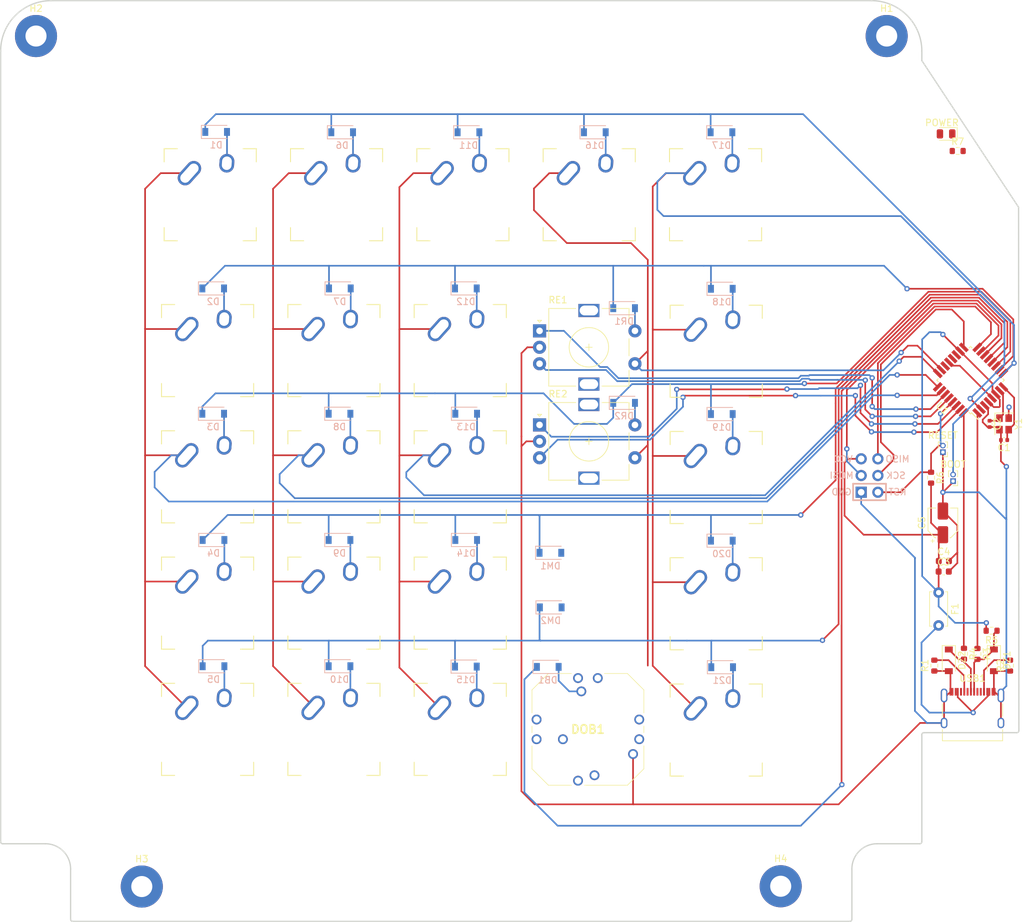
<source format=kicad_pcb>
(kicad_pcb (version 20171130) (host pcbnew "(5.1.10)-1")
  (layers (0 F.Cu signal) (31 B.Cu signal) (34 B.Paste user) (35 F.Paste user) (36 B.SilkS user) (37 F.SilkS user) (38 B.Mask user) (39 F.Mask user) (44 Edge.Cuts user))
  (net 0 "")
  (net 1 GND)
  (net 2 CRYSTAL2)
  (net 3 CRYSTAL1)
  (net 4 +5V)
  (net 5 "Net-(D1-Pad2)")
  (net 6 "Net-(D2-Pad2)")
  (net 7 ROW1)
  (net 8 "Net-(D3-Pad2)")
  (net 9 ROW2)
  (net 10 "Net-(D4-Pad2)")
  (net 11 ROW3)
  (net 12 "Net-(D5-Pad2)")
  (net 13 ROW4)
  (net 14 "Net-(D6-Pad2)")
  (net 15 "Net-(D7-Pad2)")
  (net 16 "Net-(D8-Pad2)")
  (net 17 "Net-(D9-Pad2)")
  (net 18 "Net-(D10-Pad2)")
  (net 19 "Net-(D11-Pad2)")
  (net 20 "Net-(D12-Pad2)")
  (net 21 "Net-(D13-Pad2)")
  (net 22 "Net-(D14-Pad2)")
  (net 23 "Net-(D15-Pad2)")
  (net 24 "Net-(D16-Pad2)")
  (net 25 "Net-(D17-Pad2)")
  (net 26 "Net-(D18-Pad2)")
  (net 27 "Net-(D19-Pad2)")
  (net 28 "Net-(D20-Pad2)")
  (net 29 "Net-(D21-Pad2)")
  (net 30 MS1_1)
  (net 31 MS1_2)
  (net 32 DOB1A)
  (net 33 "Net-(DOB1-Pad8)")
  (net 34 COL4)
  (net 35 DOB1B)
  (net 36 RE1_S)
  (net 37 RE2_S)
  (net 38 "Net-(DZ1-Pad1)")
  (net 39 "Net-(DZ2-Pad1)")
  (net 40 VCC)
  (net 41 "Net-(LED1-Pad1)")
  (net 42 COL0)
  (net 43 COL1)
  (net 44 COL2)
  (net 45 COL3)
  (net 46 "Net-(R1-Pad2)")
  (net 47 "Net-(R2-Pad2)")
  (net 48 D-)
  (net 49 D+)
  (net 50 RESET)
  (net 51 R1A)
  (net 52 R1B)
  (net 53 R2A)
  (net 54 R2B)
  (net 55 BOOT)
  (net 56 "Net-(U1-Pad22)")
  (net 57 "Net-(U1-Pad20)")
  (net 58 "Net-(U1-Pad19)")
  (net 59 SCK)
  (net 60 MISO)
  (net 61 MOSI)
  (net 62 "Net-(USB1-PadB8)")
  (net 63 "Net-(USB1-PadA8)")
  (net 64 DOB1_COM)
  (net 65 ROW5)
  (module Diode_SMD:D_SOD-123 (layer B.Cu) (at 164.9 122.6)
    (fp_text reference DB1 (at 0 2) (layer B.SilkS) (effects (justify mirror)))
    (fp_text value D_Small)
    (pad 2 smd rect (at 1.65 0) (size 0.9 1.2) (layers B.Cu B.Paste B.Mask) (net 64 DOB1_COM))
    (pad 1 smd rect (at -1.65 0) (size 0.9 1.2) (layers B.Cu B.Paste B.Mask) (net 65 ROW5))
  )
  (module MX_Alps_Hybrid:MX-1U-NoLED (layer F.Cu) (at 190.5 132.2)
    (fp_text reference MX21)
    (fp_text value MX-NoLED)
    (pad 2 thru_hole oval (at 2.52 -4.79 86) (size 2.831378 2.25) (drill oval 2.051378 1.48) (layers *.Cu *.Mask) (net 29 "Net-(D21-Pad2)"))
    (pad 1 thru_hole oval (at -3.16 -3.28 48) (size 4.21 2.25) (drill oval 3.43 1.48) (layers *.Cu *.Mask) (net 34 COL4))
    (pad "" np_thru_hole circle (at 5.08 0 48.0996) (size 1.75 1.75) (drill 1.75) (layers *.Cu *.Mask))
    (pad "" np_thru_hole circle (at -5.08 0 48.0996) (size 1.75 1.75) (drill 1.75) (layers *.Cu *.Mask))
    (pad "" np_thru_hole circle (at 0 0) (size 3.9878 3.9878) (drill 3.9878) (layers *.Cu *.Mask))
  )
  (module MX_Alps_Hybrid:MX-1U-NoLED (layer F.Cu) (at 190.5 113)
    (fp_text reference MX20)
    (fp_text value MX-NoLED)
    (pad 2 thru_hole oval (at 2.52 -4.79 86) (size 2.831378 2.25) (drill oval 2.051378 1.48) (layers *.Cu *.Mask) (net 28 "Net-(D20-Pad2)"))
    (pad 1 thru_hole oval (at -3.16 -3.28 48) (size 4.21 2.25) (drill oval 3.43 1.48) (layers *.Cu *.Mask) (net 34 COL4))
    (pad "" np_thru_hole circle (at 5.08 0 48.0996) (size 1.75 1.75) (drill 1.75) (layers *.Cu *.Mask))
    (pad "" np_thru_hole circle (at -5.08 0 48.0996) (size 1.75 1.75) (drill 1.75) (layers *.Cu *.Mask))
    (pad "" np_thru_hole circle (at 0 0) (size 3.9878 3.9878) (drill 3.9878) (layers *.Cu *.Mask))
  )
  (module MX_Alps_Hybrid:MX-1U-NoLED (layer F.Cu) (at 190.5 93.8)
    (fp_text reference MX19)
    (fp_text value MX-NoLED)
    (pad 2 thru_hole oval (at 2.52 -4.79 86) (size 2.831378 2.25) (drill oval 2.051378 1.48) (layers *.Cu *.Mask) (net 27 "Net-(D19-Pad2)"))
    (pad 1 thru_hole oval (at -3.16 -3.28 48) (size 4.21 2.25) (drill oval 3.43 1.48) (layers *.Cu *.Mask) (net 34 COL4))
    (pad "" np_thru_hole circle (at 5.08 0 48.0996) (size 1.75 1.75) (drill 1.75) (layers *.Cu *.Mask))
    (pad "" np_thru_hole circle (at -5.08 0 48.0996) (size 1.75 1.75) (drill 1.75) (layers *.Cu *.Mask))
    (pad "" np_thru_hole circle (at 0 0) (size 3.9878 3.9878) (drill 3.9878) (layers *.Cu *.Mask))
  )
  (module MX_Alps_Hybrid:MX-1U-NoLED (layer F.Cu) (at 190.5 74.6)
    (fp_text reference MX18)
    (fp_text value MX-NoLED)
    (pad 2 thru_hole oval (at 2.52 -4.79 86) (size 2.831378 2.25) (drill oval 2.051378 1.48) (layers *.Cu *.Mask) (net 26 "Net-(D18-Pad2)"))
    (pad 1 thru_hole oval (at -3.16 -3.28 48) (size 4.21 2.25) (drill oval 3.43 1.48) (layers *.Cu *.Mask) (net 34 COL4))
    (pad "" np_thru_hole circle (at 5.08 0 48.0996) (size 1.75 1.75) (drill 1.75) (layers *.Cu *.Mask))
    (pad "" np_thru_hole circle (at -5.08 0 48.0996) (size 1.75 1.75) (drill 1.75) (layers *.Cu *.Mask))
    (pad "" np_thru_hole circle (at 0 0) (size 3.9878 3.9878) (drill 3.9878) (layers *.Cu *.Mask))
  )
  (module MX_Alps_Hybrid:MX-1U-NoLED (layer F.Cu) (at 190.4 50.8)
    (fp_text reference MX17)
    (fp_text value MX-NoLED)
    (pad 2 thru_hole oval (at 2.52 -4.79 86) (size 2.831378 2.25) (drill oval 2.051378 1.48) (layers *.Cu *.Mask) (net 25 "Net-(D17-Pad2)"))
    (pad 1 thru_hole oval (at -3.16 -3.28 48) (size 4.21 2.25) (drill oval 3.43 1.48) (layers *.Cu *.Mask) (net 34 COL4))
    (pad "" np_thru_hole circle (at 5.08 0 48.0996) (size 1.75 1.75) (drill 1.75) (layers *.Cu *.Mask))
    (pad "" np_thru_hole circle (at -5.08 0 48.0996) (size 1.75 1.75) (drill 1.75) (layers *.Cu *.Mask))
    (pad "" np_thru_hole circle (at 0 0) (size 3.9878 3.9878) (drill 3.9878) (layers *.Cu *.Mask))
  )
  (module MX_Alps_Hybrid:MX-1U-NoLED (layer F.Cu) (at 171.2 50.8)
    (fp_text reference MX16)
    (fp_text value MX-NoLED)
    (pad 2 thru_hole oval (at 2.52 -4.79 86) (size 2.831378 2.25) (drill oval 2.051378 1.48) (layers *.Cu *.Mask) (net 24 "Net-(D16-Pad2)"))
    (pad 1 thru_hole oval (at -3.16 -3.28 48) (size 4.21 2.25) (drill oval 3.43 1.48) (layers *.Cu *.Mask) (net 45 COL3))
    (pad "" np_thru_hole circle (at 5.08 0 48.0996) (size 1.75 1.75) (drill 1.75) (layers *.Cu *.Mask))
    (pad "" np_thru_hole circle (at -5.08 0 48.0996) (size 1.75 1.75) (drill 1.75) (layers *.Cu *.Mask))
    (pad "" np_thru_hole circle (at 0 0) (size 3.9878 3.9878) (drill 3.9878) (layers *.Cu *.Mask))
  )
  (module MX_Alps_Hybrid:MX-1U-NoLED (layer F.Cu) (at 151.6 132.1)
    (fp_text reference MX15)
    (fp_text value MX-NoLED)
    (pad 2 thru_hole oval (at 2.52 -4.79 86) (size 2.831378 2.25) (drill oval 2.051378 1.48) (layers *.Cu *.Mask) (net 23 "Net-(D15-Pad2)"))
    (pad 1 thru_hole oval (at -3.16 -3.28 48) (size 4.21 2.25) (drill oval 3.43 1.48) (layers *.Cu *.Mask) (net 44 COL2))
    (pad "" np_thru_hole circle (at 5.08 0 48.0996) (size 1.75 1.75) (drill 1.75) (layers *.Cu *.Mask))
    (pad "" np_thru_hole circle (at -5.08 0 48.0996) (size 1.75 1.75) (drill 1.75) (layers *.Cu *.Mask))
    (pad "" np_thru_hole circle (at 0 0) (size 3.9878 3.9878) (drill 3.9878) (layers *.Cu *.Mask))
  )
  (module MX_Alps_Hybrid:MX-1U-NoLED (layer F.Cu) (at 151.6 112.9)
    (fp_text reference MX14)
    (fp_text value MX-NoLED)
    (pad 2 thru_hole oval (at 2.52 -4.79 86) (size 2.831378 2.25) (drill oval 2.051378 1.48) (layers *.Cu *.Mask) (net 22 "Net-(D14-Pad2)"))
    (pad 1 thru_hole oval (at -3.16 -3.28 48) (size 4.21 2.25) (drill oval 3.43 1.48) (layers *.Cu *.Mask) (net 44 COL2))
    (pad "" np_thru_hole circle (at 5.08 0 48.0996) (size 1.75 1.75) (drill 1.75) (layers *.Cu *.Mask))
    (pad "" np_thru_hole circle (at -5.08 0 48.0996) (size 1.75 1.75) (drill 1.75) (layers *.Cu *.Mask))
    (pad "" np_thru_hole circle (at 0 0) (size 3.9878 3.9878) (drill 3.9878) (layers *.Cu *.Mask))
  )
  (module MX_Alps_Hybrid:MX-1U-NoLED (layer F.Cu) (at 151.6 93.7)
    (fp_text reference MX13)
    (fp_text value MX-NoLED)
    (pad 2 thru_hole oval (at 2.52 -4.79 86) (size 2.831378 2.25) (drill oval 2.051378 1.48) (layers *.Cu *.Mask) (net 21 "Net-(D13-Pad2)"))
    (pad 1 thru_hole oval (at -3.16 -3.28 48) (size 4.21 2.25) (drill oval 3.43 1.48) (layers *.Cu *.Mask) (net 44 COL2))
    (pad "" np_thru_hole circle (at 5.08 0 48.0996) (size 1.75 1.75) (drill 1.75) (layers *.Cu *.Mask))
    (pad "" np_thru_hole circle (at -5.08 0 48.0996) (size 1.75 1.75) (drill 1.75) (layers *.Cu *.Mask))
    (pad "" np_thru_hole circle (at 0 0) (size 3.9878 3.9878) (drill 3.9878) (layers *.Cu *.Mask))
  )
  (module MX_Alps_Hybrid:MX-1U-NoLED (layer F.Cu) (at 151.6 74.5)
    (fp_text reference MX12)
    (fp_text value MX-NoLED)
    (pad 2 thru_hole oval (at 2.52 -4.79 86) (size 2.831378 2.25) (drill oval 2.051378 1.48) (layers *.Cu *.Mask) (net 20 "Net-(D12-Pad2)"))
    (pad 1 thru_hole oval (at -3.16 -3.28 48) (size 4.21 2.25) (drill oval 3.43 1.48) (layers *.Cu *.Mask) (net 44 COL2))
    (pad "" np_thru_hole circle (at 5.08 0 48.0996) (size 1.75 1.75) (drill 1.75) (layers *.Cu *.Mask))
    (pad "" np_thru_hole circle (at -5.08 0 48.0996) (size 1.75 1.75) (drill 1.75) (layers *.Cu *.Mask))
    (pad "" np_thru_hole circle (at 0 0) (size 3.9878 3.9878) (drill 3.9878) (layers *.Cu *.Mask))
  )
  (module MX_Alps_Hybrid:MX-1U-NoLED (layer F.Cu) (at 152 50.8)
    (fp_text reference MX11)
    (fp_text value MX-NoLED)
    (pad 2 thru_hole oval (at 2.52 -4.79 86) (size 2.831378 2.25) (drill oval 2.051378 1.48) (layers *.Cu *.Mask) (net 19 "Net-(D11-Pad2)"))
    (pad 1 thru_hole oval (at -3.16 -3.28 48) (size 4.21 2.25) (drill oval 3.43 1.48) (layers *.Cu *.Mask) (net 44 COL2))
    (pad "" np_thru_hole circle (at 5.08 0 48.0996) (size 1.75 1.75) (drill 1.75) (layers *.Cu *.Mask))
    (pad "" np_thru_hole circle (at -5.08 0 48.0996) (size 1.75 1.75) (drill 1.75) (layers *.Cu *.Mask))
    (pad "" np_thru_hole circle (at 0 0) (size 3.9878 3.9878) (drill 3.9878) (layers *.Cu *.Mask))
  )
  (module MX_Alps_Hybrid:MX-1U-NoLED (layer F.Cu) (at 132.4 132.1)
    (fp_text reference MX10)
    (fp_text value MX-NoLED)
    (pad 2 thru_hole oval (at 2.52 -4.79 86) (size 2.831378 2.25) (drill oval 2.051378 1.48) (layers *.Cu *.Mask) (net 18 "Net-(D10-Pad2)"))
    (pad 1 thru_hole oval (at -3.16 -3.28 48) (size 4.21 2.25) (drill oval 3.43 1.48) (layers *.Cu *.Mask) (net 43 COL1))
    (pad "" np_thru_hole circle (at 5.08 0 48.0996) (size 1.75 1.75) (drill 1.75) (layers *.Cu *.Mask))
    (pad "" np_thru_hole circle (at -5.08 0 48.0996) (size 1.75 1.75) (drill 1.75) (layers *.Cu *.Mask))
    (pad "" np_thru_hole circle (at 0 0) (size 3.9878 3.9878) (drill 3.9878) (layers *.Cu *.Mask))
  )
  (module MX_Alps_Hybrid:MX-1U-NoLED (layer F.Cu) (at 132.4 112.9)
    (fp_text reference MX9)
    (fp_text value MX-NoLED)
    (pad 2 thru_hole oval (at 2.52 -4.79 86) (size 2.831378 2.25) (drill oval 2.051378 1.48) (layers *.Cu *.Mask) (net 17 "Net-(D9-Pad2)"))
    (pad 1 thru_hole oval (at -3.16 -3.28 48) (size 4.21 2.25) (drill oval 3.43 1.48) (layers *.Cu *.Mask) (net 43 COL1))
    (pad "" np_thru_hole circle (at 5.08 0 48.0996) (size 1.75 1.75) (drill 1.75) (layers *.Cu *.Mask))
    (pad "" np_thru_hole circle (at -5.08 0 48.0996) (size 1.75 1.75) (drill 1.75) (layers *.Cu *.Mask))
    (pad "" np_thru_hole circle (at 0 0) (size 3.9878 3.9878) (drill 3.9878) (layers *.Cu *.Mask))
  )
  (module MX_Alps_Hybrid:MX-1U-NoLED (layer F.Cu) (at 132.4 93.7)
    (fp_text reference MX8)
    (fp_text value MX-NoLED)
    (pad 2 thru_hole oval (at 2.52 -4.79 86) (size 2.831378 2.25) (drill oval 2.051378 1.48) (layers *.Cu *.Mask) (net 16 "Net-(D8-Pad2)"))
    (pad 1 thru_hole oval (at -3.16 -3.28 48) (size 4.21 2.25) (drill oval 3.43 1.48) (layers *.Cu *.Mask) (net 43 COL1))
    (pad "" np_thru_hole circle (at 5.08 0 48.0996) (size 1.75 1.75) (drill 1.75) (layers *.Cu *.Mask))
    (pad "" np_thru_hole circle (at -5.08 0 48.0996) (size 1.75 1.75) (drill 1.75) (layers *.Cu *.Mask))
    (pad "" np_thru_hole circle (at 0 0) (size 3.9878 3.9878) (drill 3.9878) (layers *.Cu *.Mask))
  )
  (module MX_Alps_Hybrid:MX-1U-NoLED (layer F.Cu) (at 132.4 74.5)
    (fp_text reference MX7)
    (fp_text value MX-NoLED)
    (pad 2 thru_hole oval (at 2.52 -4.79 86) (size 2.831378 2.25) (drill oval 2.051378 1.48) (layers *.Cu *.Mask) (net 15 "Net-(D7-Pad2)"))
    (pad 1 thru_hole oval (at -3.16 -3.28 48) (size 4.21 2.25) (drill oval 3.43 1.48) (layers *.Cu *.Mask) (net 43 COL1))
    (pad "" np_thru_hole circle (at 5.08 0 48.0996) (size 1.75 1.75) (drill 1.75) (layers *.Cu *.Mask))
    (pad "" np_thru_hole circle (at -5.08 0 48.0996) (size 1.75 1.75) (drill 1.75) (layers *.Cu *.Mask))
    (pad "" np_thru_hole circle (at 0 0) (size 3.9878 3.9878) (drill 3.9878) (layers *.Cu *.Mask))
  )
  (module MX_Alps_Hybrid:MX-1U-NoLED (layer F.Cu) (at 132.8 50.8)
    (fp_text reference MX6)
    (fp_text value MX-NoLED)
    (pad 2 thru_hole oval (at 2.52 -4.79 86) (size 2.831378 2.25) (drill oval 2.051378 1.48) (layers *.Cu *.Mask) (net 14 "Net-(D6-Pad2)"))
    (pad 1 thru_hole oval (at -3.16 -3.28 48) (size 4.21 2.25) (drill oval 3.43 1.48) (layers *.Cu *.Mask) (net 43 COL1))
    (pad "" np_thru_hole circle (at 5.08 0 48.0996) (size 1.75 1.75) (drill 1.75) (layers *.Cu *.Mask))
    (pad "" np_thru_hole circle (at -5.08 0 48.0996) (size 1.75 1.75) (drill 1.75) (layers *.Cu *.Mask))
    (pad "" np_thru_hole circle (at 0 0) (size 3.9878 3.9878) (drill 3.9878) (layers *.Cu *.Mask))
  )
  (module MX_Alps_Hybrid:MX-1U-NoLED (layer F.Cu) (at 113.2 132.1)
    (fp_text reference MX5)
    (fp_text value MX-NoLED)
    (pad 2 thru_hole oval (at 2.52 -4.79 86) (size 2.831378 2.25) (drill oval 2.051378 1.48) (layers *.Cu *.Mask) (net 12 "Net-(D5-Pad2)"))
    (pad 1 thru_hole oval (at -3.16 -3.28 48) (size 4.21 2.25) (drill oval 3.43 1.48) (layers *.Cu *.Mask) (net 42 COL0))
    (pad "" np_thru_hole circle (at 5.08 0 48.0996) (size 1.75 1.75) (drill 1.75) (layers *.Cu *.Mask))
    (pad "" np_thru_hole circle (at -5.08 0 48.0996) (size 1.75 1.75) (drill 1.75) (layers *.Cu *.Mask))
    (pad "" np_thru_hole circle (at 0 0) (size 3.9878 3.9878) (drill 3.9878) (layers *.Cu *.Mask))
  )
  (module MX_Alps_Hybrid:MX-1U-NoLED (layer F.Cu) (at 113.2 112.9)
    (fp_text reference MX4)
    (fp_text value MX-NoLED)
    (pad 2 thru_hole oval (at 2.52 -4.79 86) (size 2.831378 2.25) (drill oval 2.051378 1.48) (layers *.Cu *.Mask) (net 10 "Net-(D4-Pad2)"))
    (pad 1 thru_hole oval (at -3.16 -3.28 48) (size 4.21 2.25) (drill oval 3.43 1.48) (layers *.Cu *.Mask) (net 42 COL0))
    (pad "" np_thru_hole circle (at 5.08 0 48.0996) (size 1.75 1.75) (drill 1.75) (layers *.Cu *.Mask))
    (pad "" np_thru_hole circle (at -5.08 0 48.0996) (size 1.75 1.75) (drill 1.75) (layers *.Cu *.Mask))
    (pad "" np_thru_hole circle (at 0 0) (size 3.9878 3.9878) (drill 3.9878) (layers *.Cu *.Mask))
  )
  (module MX_Alps_Hybrid:MX-1U-NoLED (layer F.Cu) (at 113.2 93.7)
    (fp_text reference MX3)
    (fp_text value MX-NoLED)
    (pad 2 thru_hole oval (at 2.52 -4.79 86) (size 2.831378 2.25) (drill oval 2.051378 1.48) (layers *.Cu *.Mask) (net 8 "Net-(D3-Pad2)"))
    (pad 1 thru_hole oval (at -3.16 -3.28 48) (size 4.21 2.25) (drill oval 3.43 1.48) (layers *.Cu *.Mask) (net 42 COL0))
    (pad "" np_thru_hole circle (at 5.08 0 48.0996) (size 1.75 1.75) (drill 1.75) (layers *.Cu *.Mask))
    (pad "" np_thru_hole circle (at -5.08 0 48.0996) (size 1.75 1.75) (drill 1.75) (layers *.Cu *.Mask))
    (pad "" np_thru_hole circle (at 0 0) (size 3.9878 3.9878) (drill 3.9878) (layers *.Cu *.Mask))
  )
  (module MX_Alps_Hybrid:MX-1U-NoLED (layer F.Cu) (at 113.2 74.5)
    (fp_text reference MX2)
    (fp_text value MX-NoLED)
    (pad 2 thru_hole oval (at 2.52 -4.79 86) (size 2.831378 2.25) (drill oval 2.051378 1.48) (layers *.Cu *.Mask) (net 6 "Net-(D2-Pad2)"))
    (pad 1 thru_hole oval (at -3.16 -3.28 48) (size 4.21 2.25) (drill oval 3.43 1.48) (layers *.Cu *.Mask) (net 42 COL0))
    (pad "" np_thru_hole circle (at 5.08 0 48.0996) (size 1.75 1.75) (drill 1.75) (layers *.Cu *.Mask))
    (pad "" np_thru_hole circle (at -5.08 0 48.0996) (size 1.75 1.75) (drill 1.75) (layers *.Cu *.Mask))
    (pad "" np_thru_hole circle (at 0 0) (size 3.9878 3.9878) (drill 3.9878) (layers *.Cu *.Mask))
  )
  (module MX_Alps_Hybrid:MX-1U-NoLED (layer F.Cu) (at 113.6 50.8)
    (fp_text reference MX1)
    (fp_text value MX-NoLED)
    (pad 2 thru_hole oval (at 2.52 -4.79 86) (size 2.831378 2.25) (drill oval 2.051378 1.48) (layers *.Cu *.Mask) (net 5 "Net-(D1-Pad2)"))
    (pad 1 thru_hole oval (at -3.16 -3.28 48) (size 4.21 2.25) (drill oval 3.43 1.48) (layers *.Cu *.Mask) (net 42 COL0))
    (pad "" np_thru_hole circle (at 5.08 0 48.0996) (size 1.75 1.75) (drill 1.75) (layers *.Cu *.Mask))
    (pad "" np_thru_hole circle (at -5.08 0 48.0996) (size 1.75 1.75) (drill 1.75) (layers *.Cu *.Mask))
    (pad "" np_thru_hole circle (at 0 0) (size 3.9878 3.9878) (drill 3.9878) (layers *.Cu *.Mask))
  )
  (module random-keyboard-parts:Reset_Pretty-Mask (layer B.Cu) (at 213.8 93.5 180)
    (fp_text reference J1)
    (fp_text value AVR-ISP-6)
    (fp_text user MISO (at -4.25 2.5) (layer B.SilkS) (effects (justify mirror)))
    (fp_text user VCC (at 4 2.5) (layer B.SilkS) (effects (justify mirror)))
    (fp_text user SCK (at -4 0) (layer B.SilkS) (effects (justify mirror)))
    (fp_text user MOSI (at 4.25 0) (layer B.SilkS) (effects (justify mirror)))
    (fp_text user RST (at -4.25 -2.5) (layer B.SilkS) (effects (justify mirror)))
    (fp_text user GND (at 4.25 -2.5) (layer B.SilkS) (effects (justify mirror)))
    (pad 6 thru_hole rect (at 1.27 -2.54 180) (size 1.7 1.7) (drill 1) (layers *.Cu B.Mask) (net 1 GND))
    (pad 5 thru_hole circle (at -1.27 -2.54 180) (size 1.7 1.7) (drill 1) (layers *.Cu B.Mask) (net 50 RESET))
    (pad 4 thru_hole circle (at 1.27 0 180) (size 1.7 1.7) (drill 1) (layers *.Cu B.Mask) (net 61 MOSI))
    (pad 3 thru_hole circle (at -1.27 0 180) (size 1.7 1.7) (drill 1) (layers *.Cu B.Mask) (net 59 SCK))
    (pad 2 thru_hole circle (at 1.27 2.54 180) (size 1.7 1.7) (drill 1) (layers *.Cu B.Mask) (net 4 +5V))
    (pad 1 thru_hole circle (at -1.27 2.54 180) (size 1.7 1.7) (drill 1) (layers *.Cu B.Mask) (net 60 MISO))
  )
  (module Crystal:Crystal_SMD_2520-4Pin_2.5x2.0mm (layer F.Cu) (at 234.25 85.65 270)
    (fp_text reference Y1 (at 0 -2.2 90) (layer F.SilkS))
    (fp_text value 16MHz)
    (pad 4 smd rect (at -0.875 -0.7 270) (size 1.15 1) (layers F.Cu F.Paste F.Mask) (net 1 GND))
    (pad 3 smd rect (at 0.875 -0.7 270) (size 1.15 1) (layers F.Cu F.Paste F.Mask) (net 2 CRYSTAL2))
    (pad 2 smd rect (at 0.875 0.7 270) (size 1.15 1) (layers F.Cu F.Paste F.Mask) (net 1 GND))
    (pad 1 smd rect (at -0.875 0.7 270) (size 1.15 1) (layers F.Cu F.Paste F.Mask) (net 3 CRYSTAL1))
  )
  (module Connector_USB:USB_C_Receptacle_XKB_U262-16XN-4BVC11 (layer F.Cu) (at 229.45 130.05)
    (fp_text reference USB1 (at 0 -5.715) (layer F.SilkS))
    (fp_text value USB_C_Receptacle_USB2.0)
    (pad A12 smd rect (at 3.35 -3.67) (size 0.3 1.15) (layers F.Cu F.Paste F.Mask) (net 1 GND))
    (pad A9 smd rect (at 2.55 -3.67) (size 0.3 1.15) (layers F.Cu F.Paste F.Mask) (net 40 VCC))
    (pad B9 smd rect (at -2.25 -3.67) (size 0.3 1.15) (layers F.Cu F.Paste F.Mask) (net 40 VCC))
    (pad B12 smd rect (at -3.05 -3.67) (size 0.3 1.15) (layers F.Cu F.Paste F.Mask) (net 1 GND))
    (pad A1 smd rect (at -3.35 -3.67) (size 0.3 1.15) (layers F.Cu F.Paste F.Mask) (net 1 GND))
    (pad A4 smd rect (at -2.55 -3.67) (size 0.3 1.15) (layers F.Cu F.Paste F.Mask) (net 40 VCC))
    (pad B8 smd rect (at -1.75 -3.67) (size 0.3 1.15) (layers F.Cu F.Paste F.Mask) (net 62 "Net-(USB1-PadB8)"))
    (pad A5 smd rect (at -1.25 -3.67) (size 0.3 1.15) (layers F.Cu F.Paste F.Mask) (net 46 "Net-(R1-Pad2)"))
    (pad B7 smd rect (at -0.75 -3.67) (size 0.3 1.15) (layers F.Cu F.Paste F.Mask) (net 38 "Net-(DZ1-Pad1)"))
    (pad A6 smd rect (at -0.25 -3.67) (size 0.3 1.15) (layers F.Cu F.Paste F.Mask) (net 39 "Net-(DZ2-Pad1)"))
    (pad A7 smd rect (at 0.25 -3.67) (size 0.3 1.15) (layers F.Cu F.Paste F.Mask) (net 38 "Net-(DZ1-Pad1)"))
    (pad B6 smd rect (at 0.75 -3.67) (size 0.3 1.15) (layers F.Cu F.Paste F.Mask) (net 39 "Net-(DZ2-Pad1)"))
    (pad A8 smd rect (at 1.25 -3.67) (size 0.3 1.15) (layers F.Cu F.Paste F.Mask) (net 63 "Net-(USB1-PadA8)"))
    (pad B5 smd rect (at 1.75 -3.67) (size 0.3 1.15) (layers F.Cu F.Paste F.Mask) (net 47 "Net-(R2-Pad2)"))
    (pad B4 smd rect (at 2.25 -3.67) (size 0.3 1.15) (layers F.Cu F.Paste F.Mask) (net 40 VCC))
    (pad B1 smd rect (at 3.05 -3.67) (size 0.3 1.15) (layers F.Cu F.Paste F.Mask) (net 1 GND))
    (pad "" np_thru_hole circle (at -2.89 -2.605) (size 0.65 0.65) (drill 0.65) (layers *.Cu *.Mask))
    (pad "" np_thru_hole circle (at 2.89 -2.605) (size 0.65 0.65) (drill 0.65) (layers *.Cu *.Mask))
    (pad S1 thru_hole oval (at 4.32 1.075) (size 1 1.6) (drill oval 0.6 1.2) (layers *.Cu *.Mask) (net 1 GND))
    (pad S1 thru_hole oval (at -4.32 1.075) (size 1 1.6) (drill oval 0.6 1.2) (layers *.Cu *.Mask) (net 1 GND))
    (pad S1 thru_hole oval (at 4.32 -3.105) (size 1 2.1) (drill oval 0.6 1.7) (layers *.Cu *.Mask) (net 1 GND))
    (pad S1 thru_hole oval (at -4.32 -3.105) (size 1 2.1) (drill oval 0.6 1.7) (layers *.Cu *.Mask) (net 1 GND))
  )
  (module Package_QFP:TQFP-32_7x7mm_P0.8mm (layer F.Cu) (at 229.15 79 135)
    (fp_text reference U1 (at 0 -6.05 315) (layer F.SilkS))
    (fp_text value ATmega328P-AU)
    (pad 32 smd rect (at -2.8 -4.25 225) (size 1.6 0.55) (layers F.Cu F.Paste F.Mask) (net 49 D+))
    (pad 31 smd rect (at -2 -4.25 225) (size 1.6 0.55) (layers F.Cu F.Paste F.Mask) (net 54 R2B))
    (pad 30 smd rect (at -1.2 -4.25 225) (size 1.6 0.55) (layers F.Cu F.Paste F.Mask) (net 53 R2A))
    (pad 29 smd rect (at -0.4 -4.25 225) (size 1.6 0.55) (layers F.Cu F.Paste F.Mask) (net 50 RESET))
    (pad 28 smd rect (at 0.4 -4.25 225) (size 1.6 0.55) (layers F.Cu F.Paste F.Mask) (net 52 R1B))
    (pad 27 smd rect (at 1.2 -4.25 225) (size 1.6 0.55) (layers F.Cu F.Paste F.Mask) (net 51 R1A))
    (pad 26 smd rect (at 2 -4.25 225) (size 1.6 0.55) (layers F.Cu F.Paste F.Mask) (net 42 COL0))
    (pad 25 smd rect (at 2.8 -4.25 225) (size 1.6 0.55) (layers F.Cu F.Paste F.Mask) (net 43 COL1))
    (pad 24 smd rect (at 4.25 -2.8 135) (size 1.6 0.55) (layers F.Cu F.Paste F.Mask) (net 44 COL2))
    (pad 23 smd rect (at 4.25 -2 135) (size 1.6 0.55) (layers F.Cu F.Paste F.Mask) (net 45 COL3))
    (pad 22 smd rect (at 4.25 -1.2 135) (size 1.6 0.55) (layers F.Cu F.Paste F.Mask) (net 56 "Net-(U1-Pad22)"))
    (pad 21 smd rect (at 4.25 -0.4 135) (size 1.6 0.55) (layers F.Cu F.Paste F.Mask) (net 1 GND))
    (pad 20 smd rect (at 4.25 0.4 135) (size 1.6 0.55) (layers F.Cu F.Paste F.Mask) (net 57 "Net-(U1-Pad20)"))
    (pad 19 smd rect (at 4.25 1.2 135) (size 1.6 0.55) (layers F.Cu F.Paste F.Mask) (net 58 "Net-(U1-Pad19)"))
    (pad 18 smd rect (at 4.25 2 135) (size 1.6 0.55) (layers F.Cu F.Paste F.Mask) (net 4 +5V))
    (pad 17 smd rect (at 4.25 2.8 135) (size 1.6 0.55) (layers F.Cu F.Paste F.Mask) (net 59 SCK))
    (pad 16 smd rect (at 2.8 4.25 225) (size 1.6 0.55) (layers F.Cu F.Paste F.Mask) (net 60 MISO))
    (pad 15 smd rect (at 2 4.25 225) (size 1.6 0.55) (layers F.Cu F.Paste F.Mask) (net 61 MOSI))
    (pad 14 smd rect (at 1.2 4.25 225) (size 1.6 0.55) (layers F.Cu F.Paste F.Mask) (net 65 ROW5))
    (pad 13 smd rect (at 0.4 4.25 225) (size 1.6 0.55) (layers F.Cu F.Paste F.Mask) (net 13 ROW4))
    (pad 12 smd rect (at -0.4 4.25 225) (size 1.6 0.55) (layers F.Cu F.Paste F.Mask) (net 11 ROW3))
    (pad 11 smd rect (at -1.2 4.25 225) (size 1.6 0.55) (layers F.Cu F.Paste F.Mask) (net 9 ROW2))
    (pad 10 smd rect (at -2 4.25 225) (size 1.6 0.55) (layers F.Cu F.Paste F.Mask) (net 7 ROW1))
    (pad 9 smd rect (at -2.8 4.25 225) (size 1.6 0.55) (layers F.Cu F.Paste F.Mask) (net 55 BOOT))
    (pad 8 smd rect (at -4.25 2.8 135) (size 1.6 0.55) (layers F.Cu F.Paste F.Mask) (net 2 CRYSTAL2))
    (pad 7 smd rect (at -4.25 2 135) (size 1.6 0.55) (layers F.Cu F.Paste F.Mask) (net 3 CRYSTAL1))
    (pad 6 smd rect (at -4.25 1.2 135) (size 1.6 0.55) (layers F.Cu F.Paste F.Mask) (net 4 +5V))
    (pad 5 smd rect (at -4.25 0.4 135) (size 1.6 0.55) (layers F.Cu F.Paste F.Mask) (net 1 GND))
    (pad 4 smd rect (at -4.25 -0.4 135) (size 1.6 0.55) (layers F.Cu F.Paste F.Mask) (net 4 +5V))
    (pad 3 smd rect (at -4.25 -1.2 135) (size 1.6 0.55) (layers F.Cu F.Paste F.Mask) (net 1 GND))
    (pad 2 smd rect (at -4.25 -2 135) (size 1.6 0.55) (layers F.Cu F.Paste F.Mask) (net 34 COL4))
    (pad 1 smd rect (at -4.25 -2.8 135) (size 1.6 0.55) (layers F.Cu F.Paste F.Mask) (net 48 D-))
  )
  (module Connector_PinHeader_1.00mm:PinHeader_1x02_P1.00mm_Vertical (layer F.Cu) (at 226.5 94.35 180)
    (fp_text reference SW2)
    (fp_text value BOOT (at 0 2.56) (layer F.SilkS))
    (pad 2 thru_hole oval (at 0 1 180) (size 0.85 0.85) (drill 0.5) (layers *.Cu *.Mask) (net 55 BOOT))
    (pad 1 thru_hole rect (at 0 0 180) (size 0.85 0.85) (drill 0.5) (layers *.Cu *.Mask) (net 1 GND))
  )
  (module Connector_PinHeader_1.00mm:PinHeader_1x02_P1.00mm_Vertical (layer F.Cu) (at 224.95 89.95 180)
    (fp_text reference SW1)
    (fp_text value RESET (at 0 2.56) (layer F.SilkS))
    (pad 2 thru_hole oval (at 0 1 180) (size 0.85 0.85) (drill 0.5) (layers *.Cu *.Mask) (net 50 RESET))
    (pad 1 thru_hole rect (at 0 0 180) (size 0.85 0.85) (drill 0.5) (layers *.Cu *.Mask) (net 1 GND))
  )
  (module Rotary_Encoder:RotaryEncoder_Alps_EC11E-Switch_Vertical_H20mm (layer F.Cu) (at 163.65 85.8)
    (fp_text reference RE2 (at 2.8 -4.7) (layer F.SilkS))
    (fp_text value Rotary_Encoder_Switch)
    (pad A thru_hole rect (at 0 0) (size 2 2) (drill 1) (layers *.Cu *.Mask) (net 53 R2A))
    (pad C thru_hole circle (at 0 2.5) (size 2 2) (drill 1) (layers *.Cu *.Mask) (net 1 GND))
    (pad B thru_hole circle (at 0 5) (size 2 2) (drill 1) (layers *.Cu *.Mask) (net 54 R2B))
    (pad MP thru_hole rect (at 7.5 -3.1) (size 3.2 2) (drill oval 2.8 1.5) (layers *.Cu *.Mask))
    (pad MP thru_hole rect (at 7.5 8.1) (size 3.2 2) (drill oval 2.8 1.5) (layers *.Cu *.Mask))
    (pad S2 thru_hole circle (at 14.5 0) (size 2 2) (drill 1) (layers *.Cu *.Mask) (net 37 RE2_S))
    (pad S1 thru_hole circle (at 14.5 5) (size 2 2) (drill 1) (layers *.Cu *.Mask) (net 45 COL3))
  )
  (module Rotary_Encoder:RotaryEncoder_Alps_EC11E-Switch_Vertical_H20mm (layer F.Cu) (at 163.65 71.5)
    (fp_text reference RE1 (at 2.8 -4.7) (layer F.SilkS))
    (fp_text value Rotary_Encoder_Switch)
    (pad A thru_hole rect (at 0 0) (size 2 2) (drill 1) (layers *.Cu *.Mask) (net 51 R1A))
    (pad C thru_hole circle (at 0 2.5) (size 2 2) (drill 1) (layers *.Cu *.Mask) (net 1 GND))
    (pad B thru_hole circle (at 0 5) (size 2 2) (drill 1) (layers *.Cu *.Mask) (net 52 R1B))
    (pad MP thru_hole rect (at 7.5 -3.1) (size 3.2 2) (drill oval 2.8 1.5) (layers *.Cu *.Mask))
    (pad MP thru_hole rect (at 7.5 8.1) (size 3.2 2) (drill oval 2.8 1.5) (layers *.Cu *.Mask))
    (pad S2 thru_hole circle (at 14.5 0) (size 2 2) (drill 1) (layers *.Cu *.Mask) (net 36 RE1_S))
    (pad S1 thru_hole circle (at 14.5 5) (size 2 2) (drill 1) (layers *.Cu *.Mask) (net 45 COL3))
  )
  (module Resistor_SMD:R_0603_1608Metric (layer F.Cu) (at 227.2 44.15)
    (fp_text reference R7 (at 0 -1.43) (layer F.SilkS))
    (fp_text value 1k5)
    (pad 2 smd roundrect (at 0.825 0) (size 0.8 0.95) (layers F.Cu F.Paste F.Mask) (net 1 GND))
    (pad 1 smd roundrect (at -0.825 0) (size 0.8 0.95) (layers F.Cu F.Paste F.Mask) (net 41 "Net-(LED1-Pad1)"))
  )
  (module Resistor_SMD:R_0603_1608Metric (layer F.Cu) (at 223.15 93.825 270)
    (fp_text reference R6 (at 0 -1.43 90) (layer F.SilkS))
    (fp_text value 10k)
    (pad 2 smd roundrect (at 0.825 0 270) (size 0.8 0.95) (layers F.Cu F.Paste F.Mask) (net 4 +5V))
    (pad 1 smd roundrect (at -0.825 0 270) (size 0.8 0.95) (layers F.Cu F.Paste F.Mask) (net 50 RESET))
  )
  (module Resistor_SMD:R_0603_1608Metric (layer F.Cu) (at 232.35 117.1 180)
    (fp_text reference R5 (at 0 -1.43) (layer F.SilkS))
    (fp_text value 1k5)
    (pad 2 smd roundrect (at 0.825 0 180) (size 0.8 0.95) (layers F.Cu F.Paste F.Mask) (net 4 +5V))
    (pad 1 smd roundrect (at -0.825 0 180) (size 0.8 0.95) (layers F.Cu F.Paste F.Mask) (net 38 "Net-(DZ1-Pad1)"))
  )
  (module Resistor_SMD:R_0603_1608Metric (layer F.Cu) (at 228.15 120.6 270)
    (fp_text reference R4 (at 0 -1.43 90) (layer F.SilkS))
    (fp_text value 75)
    (pad 2 smd roundrect (at 0.825 0 270) (size 0.8 0.95) (layers F.Cu F.Paste F.Mask) (net 39 "Net-(DZ2-Pad1)"))
    (pad 1 smd roundrect (at -0.825 0 270) (size 0.8 0.95) (layers F.Cu F.Paste F.Mask) (net 49 D+))
  )
  (module Resistor_SMD:R_0603_1608Metric (layer F.Cu) (at 230.2 120.625 270)
    (fp_text reference R3 (at 0 -1.43 90) (layer F.SilkS))
    (fp_text value 75)
    (pad 2 smd roundrect (at 0.825 0 270) (size 0.8 0.95) (layers F.Cu F.Paste F.Mask) (net 38 "Net-(DZ1-Pad1)"))
    (pad 1 smd roundrect (at -0.825 0 270) (size 0.8 0.95) (layers F.Cu F.Paste F.Mask) (net 48 D-))
  )
  (module Resistor_SMD:R_0603_1608Metric (layer F.Cu) (at 235.15 122.4 90)
    (fp_text reference R2 (at 0 -1.43 270) (layer F.SilkS))
    (fp_text value 5k1)
    (pad 2 smd roundrect (at 0.825 0 90) (size 0.8 0.95) (layers F.Cu F.Paste F.Mask) (net 47 "Net-(R2-Pad2)"))
    (pad 1 smd roundrect (at -0.825 0 90) (size 0.8 0.95) (layers F.Cu F.Paste F.Mask) (net 1 GND))
  )
  (module Resistor_SMD:R_0603_1608Metric (layer F.Cu) (at 223.65 122.4 90)
    (fp_text reference R1 (at 0 -1.43 270) (layer F.SilkS))
    (fp_text value 5k1)
    (pad 2 smd roundrect (at 0.825 0 90) (size 0.8 0.95) (layers F.Cu F.Paste F.Mask) (net 46 "Net-(R1-Pad2)"))
    (pad 1 smd roundrect (at -0.825 0 90) (size 0.8 0.95) (layers F.Cu F.Paste F.Mask) (net 1 GND))
  )
  (module LED_SMD:LED_0805_2012Metric (layer F.Cu) (at 225.4375 41.55 180)
    (fp_text reference LED1)
    (fp_text value POWER (at 0.6375 1.7) (layer F.SilkS))
    (pad 2 smd roundrect (at 0.9375 0 180) (size 0.975 1.4) (layers F.Cu F.Paste F.Mask) (net 4 +5V))
    (pad 1 smd roundrect (at -0.9375 0 180) (size 0.975 1.4) (layers F.Cu F.Paste F.Mask) (net 41 "Net-(LED1-Pad1)"))
  )
  (module MountingHole:MountingHole_3.2mm_M3_Pad (layer F.Cu) (at 200.3 155.956)
    (fp_text reference H4 (at 0 -4.2) (layer F.SilkS))
    (fp_text value MountingHole)
    (pad 1 thru_hole circle (at 0 0) (size 6.4 6.4) (drill 3.2) (layers *.Cu *.Mask))
  )
  (module MountingHole:MountingHole_3.2mm_M3_Pad (layer F.Cu) (at 103.2 156)
    (fp_text reference H3 (at 0 -4.2) (layer F.SilkS))
    (fp_text value MountingHole)
    (pad 1 thru_hole circle (at 0 0) (size 6.4 6.4) (drill 3.2) (layers *.Cu *.Mask))
  )
  (module MountingHole:MountingHole_3.2mm_M3_Pad (layer F.Cu) (at 87.122 26.67)
    (fp_text reference H2 (at 0 -4.2) (layer F.SilkS))
    (fp_text value MountingHole)
    (pad 1 thru_hole circle (at 0 0) (size 6.4 6.4) (drill 3.2) (layers *.Cu *.Mask))
  )
  (module MountingHole:MountingHole_3.2mm_M3_Pad (layer F.Cu) (at 216.408 26.67)
    (fp_text reference H1 (at 0 -4.2) (layer F.SilkS))
    (fp_text value MountingHole)
    (pad 1 thru_hole circle (at 0 0) (size 6.4 6.4) (drill 3.2) (layers *.Cu *.Mask))
  )
  (module Capacitor_THT:C_Disc_D5.0mm_W2.5mm_P5.00mm (layer F.Cu) (at 224.3 111.3 270)
    (fp_text reference F1 (at 2.5 -2.5 90) (layer F.SilkS))
    (fp_text value 500mA)
    (pad 2 thru_hole circle (at 5 0 270) (size 1.6 1.6) (drill 0.8) (layers *.Cu *.Mask) (net 40 VCC))
    (pad 1 thru_hole circle (at 0 0 270) (size 1.6 1.6) (drill 0.8) (layers *.Cu *.Mask) (net 4 +5V))
  )
  (module Diode_SMD:D_SOD-123 (layer F.Cu) (at 225.85 121.6 270)
    (fp_text reference DZ2 (at 0 -2 90) (layer F.SilkS))
    (fp_text value 3.6V)
    (pad 2 smd rect (at 1.65 0 270) (size 0.9 1.2) (layers F.Cu F.Paste F.Mask) (net 1 GND))
    (pad 1 smd rect (at -1.65 0 270) (size 0.9 1.2) (layers F.Cu F.Paste F.Mask) (net 39 "Net-(DZ2-Pad1)"))
  )
  (module Diode_SMD:D_SOD-123 (layer F.Cu) (at 232.7 121.6 270)
    (fp_text reference DZ1 (at 0 -2 90) (layer F.SilkS))
    (fp_text value 3.6V)
    (pad 2 smd rect (at 1.65 0 270) (size 0.9 1.2) (layers F.Cu F.Paste F.Mask) (net 1 GND))
    (pad 1 smd rect (at -1.65 0 270) (size 0.9 1.2) (layers F.Cu F.Paste F.Mask) (net 38 "Net-(DZ1-Pad1)"))
  )
  (module Diode_SMD:D_SOD-123 (layer B.Cu) (at 176.5 82.45)
    (fp_text reference DR2 (at 0 2) (layer B.SilkS) (effects (justify mirror)))
    (fp_text value D_Small)
    (pad 2 smd rect (at 1.65 0) (size 0.9 1.2) (layers B.Cu B.Paste B.Mask) (net 37 RE2_S))
    (pad 1 smd rect (at -1.65 0) (size 0.9 1.2) (layers B.Cu B.Paste B.Mask) (net 9 ROW2))
  )
  (module Diode_SMD:D_SOD-123 (layer B.Cu) (at 176.5 68.05)
    (fp_text reference DR1 (at 0 2) (layer B.SilkS) (effects (justify mirror)))
    (fp_text value D_Small)
    (pad 2 smd rect (at 1.65 0) (size 0.9 1.2) (layers B.Cu B.Paste B.Mask) (net 36 RE1_S))
    (pad 1 smd rect (at -1.65 0) (size 0.9 1.2) (layers B.Cu B.Paste B.Mask) (net 7 ROW1))
  )
  (module ALPS_RKJXT1F42001:RKJXT1F42001 (layer F.Cu) (at 171 132.1)
    (fp_text reference DOB1 (at 0 0) (layer F.SilkS) (effects (font (size 1.27 1.27) (thickness 0.254))))
    (fp_text value RKJXT1F42001 hide)
    (pad 11 thru_hole circle (at -3.8 1.5) (size 1.5 1.5) (drill 1) (layers *.Cu *.Mask) (net 45 COL3))
    (pad 10 thru_hole circle (at -7.8 1.5) (size 1.5 1.5) (drill 1) (layers *.Cu *.Mask) (net 32 DOB1A))
    (pad 9 thru_hole circle (at -7.8 -1.5) (size 1.5 1.5) (drill 1) (layers *.Cu *.Mask) (net 45 COL3))
    (pad 8 thru_hole circle (at -1.5 -7.8) (size 1.5 1.5) (drill 1) (layers *.Cu *.Mask) (net 33 "Net-(DOB1-Pad8)"))
    (pad 7 thru_hole circle (at -1 -5.78) (size 1.5 1.5) (drill 1) (layers *.Cu *.Mask) (net 64 DOB1_COM))
    (pad 6 thru_hole circle (at 1.5 -7.8) (size 1.5 1.5) (drill 1) (layers *.Cu *.Mask) (net 44 COL2))
    (pad 5 thru_hole circle (at 7.8 -1.5) (size 1.5 1.5) (drill 1) (layers *.Cu *.Mask) (net 35 DOB1B))
    (pad 4 thru_hole circle (at 7.8 1.5) (size 1.5 1.5) (drill 1) (layers *.Cu *.Mask) (net 43 COL1))
    (pad 3 thru_hole circle (at 6.86 3.75) (size 1.5 1.5) (drill 1) (layers *.Cu *.Mask) (net 1 GND))
    (pad 2 thru_hole circle (at 1 6.98) (size 1.5 1.5) (drill 1) (layers *.Cu *.Mask) (net 34 COL4))
    (pad 1 thru_hole circle (at -1.5 7.8) (size 1.5 1.5) (drill 1) (layers *.Cu *.Mask) (net 42 COL0))
  )
  (module Diode_SMD:D_SOD-123 (layer B.Cu) (at 165.35 113.55)
    (fp_text reference DM2 (at 0 2) (layer B.SilkS) (effects (justify mirror)))
    (fp_text value D_Small)
    (pad 2 smd rect (at 1.65 0) (size 0.9 1.2) (layers B.Cu B.Paste B.Mask) (net 31 MS1_2))
    (pad 1 smd rect (at -1.65 0) (size 0.9 1.2) (layers B.Cu B.Paste B.Mask) (net 13 ROW4))
  )
  (module Diode_SMD:D_SOD-123 (layer B.Cu) (at 165.3 105.25)
    (fp_text reference DM1 (at 0 2) (layer B.SilkS) (effects (justify mirror)))
    (fp_text value D_Small)
    (pad 2 smd rect (at 1.65 0) (size 0.9 1.2) (layers B.Cu B.Paste B.Mask) (net 30 MS1_1))
    (pad 1 smd rect (at -1.65 0) (size 0.9 1.2) (layers B.Cu B.Paste B.Mask) (net 11 ROW3))
  )
  (module Diode_SMD:D_SOD-123 (layer B.Cu) (at 191.4 122.65)
    (fp_text reference D21 (at 0 2) (layer B.SilkS) (effects (justify mirror)))
    (fp_text value D_Small)
    (pad 2 smd rect (at 1.65 0) (size 0.9 1.2) (layers B.Cu B.Paste B.Mask) (net 29 "Net-(D21-Pad2)"))
    (pad 1 smd rect (at -1.65 0) (size 0.9 1.2) (layers B.Cu B.Paste B.Mask) (net 13 ROW4))
  )
  (module Diode_SMD:D_SOD-123 (layer B.Cu) (at 191.35 103.4)
    (fp_text reference D20 (at 0 2) (layer B.SilkS) (effects (justify mirror)))
    (fp_text value D_Small)
    (pad 2 smd rect (at 1.65 0) (size 0.9 1.2) (layers B.Cu B.Paste B.Mask) (net 28 "Net-(D20-Pad2)"))
    (pad 1 smd rect (at -1.65 0) (size 0.9 1.2) (layers B.Cu B.Paste B.Mask) (net 11 ROW3))
  )
  (module Diode_SMD:D_SOD-123 (layer B.Cu) (at 191.35 84.15)
    (fp_text reference D19 (at 0 2) (layer B.SilkS) (effects (justify mirror)))
    (fp_text value D_Small)
    (pad 2 smd rect (at 1.65 0) (size 0.9 1.2) (layers B.Cu B.Paste B.Mask) (net 27 "Net-(D19-Pad2)"))
    (pad 1 smd rect (at -1.65 0) (size 0.9 1.2) (layers B.Cu B.Paste B.Mask) (net 9 ROW2))
  )
  (module Diode_SMD:D_SOD-123 (layer B.Cu) (at 191.35 65.1)
    (fp_text reference D18 (at 0 2) (layer B.SilkS) (effects (justify mirror)))
    (fp_text value D_Small)
    (pad 2 smd rect (at 1.65 0) (size 0.9 1.2) (layers B.Cu B.Paste B.Mask) (net 26 "Net-(D18-Pad2)"))
    (pad 1 smd rect (at -1.65 0) (size 0.9 1.2) (layers B.Cu B.Paste B.Mask) (net 7 ROW1))
  )
  (module Diode_SMD:D_SOD-123 (layer B.Cu) (at 191.3 41.3)
    (fp_text reference D17 (at 0 2) (layer B.SilkS) (effects (justify mirror)))
    (fp_text value D_Small)
    (pad 2 smd rect (at 1.65 0) (size 0.9 1.2) (layers B.Cu B.Paste B.Mask) (net 25 "Net-(D17-Pad2)"))
    (pad 1 smd rect (at -1.65 0) (size 0.9 1.2) (layers B.Cu B.Paste B.Mask) (net 55 BOOT))
  )
  (module Diode_SMD:D_SOD-123 (layer B.Cu) (at 172.05 41.3)
    (fp_text reference D16 (at 0 2) (layer B.SilkS) (effects (justify mirror)))
    (fp_text value D_Small)
    (pad 2 smd rect (at 1.65 0) (size 0.9 1.2) (layers B.Cu B.Paste B.Mask) (net 24 "Net-(D16-Pad2)"))
    (pad 1 smd rect (at -1.65 0) (size 0.9 1.2) (layers B.Cu B.Paste B.Mask) (net 55 BOOT))
  )
  (module Diode_SMD:D_SOD-123 (layer B.Cu) (at 152.45 122.55)
    (fp_text reference D15 (at 0 2) (layer B.SilkS) (effects (justify mirror)))
    (fp_text value D_Small)
    (pad 2 smd rect (at 1.65 0) (size 0.9 1.2) (layers B.Cu B.Paste B.Mask) (net 23 "Net-(D15-Pad2)"))
    (pad 1 smd rect (at -1.65 0) (size 0.9 1.2) (layers B.Cu B.Paste B.Mask) (net 13 ROW4))
  )
  (module Diode_SMD:D_SOD-123 (layer B.Cu) (at 152.5 103.3)
    (fp_text reference D14 (at 0 2) (layer B.SilkS) (effects (justify mirror)))
    (fp_text value D_Small)
    (pad 2 smd rect (at 1.65 0) (size 0.9 1.2) (layers B.Cu B.Paste B.Mask) (net 22 "Net-(D14-Pad2)"))
    (pad 1 smd rect (at -1.65 0) (size 0.9 1.2) (layers B.Cu B.Paste B.Mask) (net 11 ROW3))
  )
  (module Diode_SMD:D_SOD-123 (layer B.Cu) (at 152.5 84.1)
    (fp_text reference D13 (at 0 2) (layer B.SilkS) (effects (justify mirror)))
    (fp_text value D_Small)
    (pad 2 smd rect (at 1.65 0) (size 0.9 1.2) (layers B.Cu B.Paste B.Mask) (net 21 "Net-(D13-Pad2)"))
    (pad 1 smd rect (at -1.65 0) (size 0.9 1.2) (layers B.Cu B.Paste B.Mask) (net 9 ROW2))
  )
  (module Diode_SMD:D_SOD-123 (layer B.Cu) (at 152.45 65.05)
    (fp_text reference D12 (at 0 2) (layer B.SilkS) (effects (justify mirror)))
    (fp_text value D_Small)
    (pad 2 smd rect (at 1.65 0) (size 0.9 1.2) (layers B.Cu B.Paste B.Mask) (net 20 "Net-(D12-Pad2)"))
    (pad 1 smd rect (at -1.65 0) (size 0.9 1.2) (layers B.Cu B.Paste B.Mask) (net 7 ROW1))
  )
  (module Diode_SMD:D_SOD-123 (layer B.Cu) (at 152.85 41.3)
    (fp_text reference D11 (at 0 2) (layer B.SilkS) (effects (justify mirror)))
    (fp_text value D_Small)
    (pad 2 smd rect (at 1.65 0) (size 0.9 1.2) (layers B.Cu B.Paste B.Mask) (net 19 "Net-(D11-Pad2)"))
    (pad 1 smd rect (at -1.65 0) (size 0.9 1.2) (layers B.Cu B.Paste B.Mask) (net 55 BOOT))
  )
  (module Diode_SMD:D_SOD-123 (layer B.Cu) (at 133.25 122.5)
    (fp_text reference D10 (at 0 2) (layer B.SilkS) (effects (justify mirror)))
    (fp_text value D_Small)
    (pad 2 smd rect (at 1.65 0) (size 0.9 1.2) (layers B.Cu B.Paste B.Mask) (net 18 "Net-(D10-Pad2)"))
    (pad 1 smd rect (at -1.65 0) (size 0.9 1.2) (layers B.Cu B.Paste B.Mask) (net 13 ROW4))
  )
  (module Diode_SMD:D_SOD-123 (layer B.Cu) (at 133.25 103.3)
    (fp_text reference D9 (at 0 2) (layer B.SilkS) (effects (justify mirror)))
    (fp_text value D_Small)
    (pad 2 smd rect (at 1.65 0) (size 0.9 1.2) (layers B.Cu B.Paste B.Mask) (net 17 "Net-(D9-Pad2)"))
    (pad 1 smd rect (at -1.65 0) (size 0.9 1.2) (layers B.Cu B.Paste B.Mask) (net 11 ROW3))
  )
  (module Diode_SMD:D_SOD-123 (layer B.Cu) (at 133.25 84.1)
    (fp_text reference D8 (at 0 2) (layer B.SilkS) (effects (justify mirror)))
    (fp_text value D_Small)
    (pad 2 smd rect (at 1.65 0) (size 0.9 1.2) (layers B.Cu B.Paste B.Mask) (net 16 "Net-(D8-Pad2)"))
    (pad 1 smd rect (at -1.65 0) (size 0.9 1.2) (layers B.Cu B.Paste B.Mask) (net 9 ROW2))
  )
  (module Diode_SMD:D_SOD-123 (layer B.Cu) (at 133.3 65.05)
    (fp_text reference D7 (at 0 2) (layer B.SilkS) (effects (justify mirror)))
    (fp_text value D_Small)
    (pad 2 smd rect (at 1.65 0) (size 0.9 1.2) (layers B.Cu B.Paste B.Mask) (net 15 "Net-(D7-Pad2)"))
    (pad 1 smd rect (at -1.65 0) (size 0.9 1.2) (layers B.Cu B.Paste B.Mask) (net 7 ROW1))
  )
  (module Diode_SMD:D_SOD-123 (layer B.Cu) (at 133.65 41.3)
    (fp_text reference D6 (at 0 2) (layer B.SilkS) (effects (justify mirror)))
    (fp_text value D_Small)
    (pad 2 smd rect (at 1.65 0) (size 0.9 1.2) (layers B.Cu B.Paste B.Mask) (net 14 "Net-(D6-Pad2)"))
    (pad 1 smd rect (at -1.65 0) (size 0.9 1.2) (layers B.Cu B.Paste B.Mask) (net 55 BOOT))
  )
  (module Diode_SMD:D_SOD-123 (layer B.Cu) (at 114.1 122.5)
    (fp_text reference D5 (at 0 2) (layer B.SilkS) (effects (justify mirror)))
    (fp_text value D_Small)
    (pad 2 smd rect (at 1.65 0) (size 0.9 1.2) (layers B.Cu B.Paste B.Mask) (net 12 "Net-(D5-Pad2)"))
    (pad 1 smd rect (at -1.65 0) (size 0.9 1.2) (layers B.Cu B.Paste B.Mask) (net 13 ROW4))
  )
  (module Diode_SMD:D_SOD-123 (layer B.Cu) (at 114.1 103.3)
    (fp_text reference D4 (at 0 2) (layer B.SilkS) (effects (justify mirror)))
    (fp_text value D_Small)
    (pad 2 smd rect (at 1.65 0) (size 0.9 1.2) (layers B.Cu B.Paste B.Mask) (net 10 "Net-(D4-Pad2)"))
    (pad 1 smd rect (at -1.65 0) (size 0.9 1.2) (layers B.Cu B.Paste B.Mask) (net 11 ROW3))
  )
  (module Diode_SMD:D_SOD-123 (layer B.Cu) (at 114.05 84.1)
    (fp_text reference D3 (at 0 2) (layer B.SilkS) (effects (justify mirror)))
    (fp_text value D_Small)
    (pad 2 smd rect (at 1.65 0) (size 0.9 1.2) (layers B.Cu B.Paste B.Mask) (net 8 "Net-(D3-Pad2)"))
    (pad 1 smd rect (at -1.65 0) (size 0.9 1.2) (layers B.Cu B.Paste B.Mask) (net 9 ROW2))
  )
  (module Diode_SMD:D_SOD-123 (layer B.Cu) (at 114.05 65.05)
    (fp_text reference D2 (at 0 2) (layer B.SilkS) (effects (justify mirror)))
    (fp_text value D_Small)
    (pad 2 smd rect (at 1.65 0) (size 0.9 1.2) (layers B.Cu B.Paste B.Mask) (net 6 "Net-(D2-Pad2)"))
    (pad 1 smd rect (at -1.65 0) (size 0.9 1.2) (layers B.Cu B.Paste B.Mask) (net 7 ROW1))
  )
  (module Diode_SMD:D_SOD-123 (layer B.Cu) (at 114.5 41.25)
    (fp_text reference D1 (at 0 2) (layer B.SilkS) (effects (justify mirror)))
    (fp_text value D_Small)
    (pad 2 smd rect (at 1.65 0) (size 0.9 1.2) (layers B.Cu B.Paste B.Mask) (net 5 "Net-(D1-Pad2)"))
    (pad 1 smd rect (at -1.65 0) (size 0.9 1.2) (layers B.Cu B.Paste B.Mask) (net 55 BOOT))
  )
  (module Capacitor_SMD:CP_Elec_4x5.3 (layer F.Cu) (at 224.95 100.7 90)
    (fp_text reference C5 (at 0 -3.2 90) (layer F.SilkS))
    (fp_text value 4.7uF)
    (pad 2 smd roundrect (at 1.8 0 90) (size 2.6 1.6) (layers F.Cu F.Paste F.Mask) (roundrect_rratio 0.15625) (net 1 GND))
    (pad 1 smd roundrect (at -1.8 0 90) (size 2.6 1.6) (layers F.Cu F.Paste F.Mask) (roundrect_rratio 0.15625) (net 4 +5V))
  )
  (module Capacitor_SMD:C_0603_1608Metric (layer F.Cu) (at 225.1 106.5)
    (fp_text reference C4 (at 0 -1.43) (layer F.SilkS))
    (fp_text value 0.1uF)
    (pad 2 smd roundrect (at 0.775 0) (size 0.9 0.95) (layers F.Cu F.Paste F.Mask) (net 1 GND))
    (pad 1 smd roundrect (at -0.775 0) (size 0.9 0.95) (layers F.Cu F.Paste F.Mask) (net 4 +5V))
  )
  (module Capacitor_SMD:C_0603_1608Metric (layer F.Cu) (at 225.075 108.1)
    (fp_text reference C3 (at 0 -1.43) (layer F.SilkS))
    (fp_text value 0.1uF)
    (pad 2 smd roundrect (at 0.775 0) (size 0.9 0.95) (layers F.Cu F.Paste F.Mask) (net 1 GND))
    (pad 1 smd roundrect (at -0.775 0) (size 0.9 0.95) (layers F.Cu F.Paste F.Mask) (net 4 +5V))
  )
  (module Capacitor_SMD:C_0402_1005Metric (layer F.Cu) (at 232.05 85.65 270)
    (fp_text reference C2 (at 0 -1.16 90) (layer F.SilkS))
    (fp_text value 9pF)
    (pad 2 smd roundrect (at 0.48 0 270) (size 0.56 0.62) (layers F.Cu F.Paste F.Mask) (net 1 GND))
    (pad 1 smd roundrect (at -0.48 0 270) (size 0.56 0.62) (layers F.Cu F.Paste F.Mask) (net 3 CRYSTAL1))
  )
  (module Capacitor_SMD:C_0402_1005Metric (layer F.Cu) (at 234.25 88.1 180)
    (fp_text reference C1 (at 0 -1.16) (layer F.SilkS))
    (fp_text value 9pF)
    (pad 2 smd roundrect (at 0.48 0 180) (size 0.56 0.62) (layers F.Cu F.Paste F.Mask) (net 1 GND))
    (pad 1 smd roundrect (at -0.48 0 180) (size 0.56 0.62) (layers F.Cu F.Paste F.Mask) (net 2 CRYSTAL2))
  )
  (gr_line (start 221.75 132.9) (end 221.75 149.190001) (layer Edge.Cuts) (width 0.2))
  (gr_line (start 222.05 132.6) (end 236.2 132.6) (layer Edge.Cuts) (width 0.2))
  (gr_arc (start 222.05 132.9) (end 222.05 132.6) (angle -90) (layer Edge.Cuts) (width 0.2))
  (gr_line (start 236.5 132.3) (end 236.45 52.7) (layer Edge.Cuts) (width 0.2))
  (gr_arc (start 236.2 132.3) (end 236.2 132.6) (angle -90) (layer Edge.Cuts) (width 0.2))
  (gr_line (start 221.749999 28.950001) (end 221.75 30.4) (layer Edge.Cuts) (width 0.2))
  (gr_line (start 236.45 52.7) (end 221.75 30.4) (layer Edge.Cuts) (width 0.2))
  (gr_line (start 81.75 149.190001) (end 81.75 28.950001) (layer Edge.Cuts) (width 0.2))
  (gr_arc (start 89.41 28.950001) (end 89.41 21.290001) (angle -90) (layer Edge.Cuts) (width 0.2))
  (gr_line (start 89.41 21.290001) (end 214.09 21.290001) (layer Edge.Cuts) (width 0.2))
  (gr_line (start 221.45 149.490001) (end 214.949999 149.490001) (layer Edge.Cuts) (width 0.2))
  (gr_line (start 92.38 160.99) (end 92.38 153.320001) (layer Edge.Cuts) (width 0.2))
  (gr_arc (start 221.45 149.190001) (end 221.45 149.490001) (angle -90) (layer Edge.Cuts) (width 0.2))
  (gr_arc (start 82.049999 149.190001) (end 81.75 149.190001) (angle -90) (layer Edge.Cuts) (width 0.2))
  (gr_arc (start 88.55 153.320001) (end 92.38 153.320001) (angle -90) (layer Edge.Cuts) (width 0.2))
  (gr_line (start 211.12 153.320001) (end 211.12 160.990001) (layer Edge.Cuts) (width 0.2))
  (gr_arc (start 214.949999 153.32) (end 214.949999 149.490001) (angle -90) (layer Edge.Cuts) (width 0.2))
  (gr_arc (start 210.82 160.990001) (end 210.82 161.29) (angle -90) (layer Edge.Cuts) (width 0.2))
  (gr_arc (start 214.089999 28.950001) (end 221.749999 28.950001) (angle -90) (layer Edge.Cuts) (width 0.2))
  (gr_line (start 88.55 149.490001) (end 82.049999 149.490001) (layer Edge.Cuts) (width 0.2))
  (gr_arc (start 92.68 160.990001) (end 92.38 160.99) (angle -90) (layer Edge.Cuts) (width 0.2))
  (gr_line (start 210.82 161.29) (end 92.68 161.29) (layer Edge.Cuts) (width 0.2))
  (segment (start 123.15 109.6) (end 123.15 122.48) (width 0.25) (layer F.Cu) (net 43))
  (segment (start 123.15 71.2) (end 123.15 90.45) (width 0.25) (layer F.Cu) (net 43))
  (segment (start 123.15 49.9) (end 123.15 71.2) (width 0.25) (layer F.Cu) (net 43))
  (segment (start 123.17 71.22) (end 123.15 71.2) (width 0.25) (layer F.Cu) (net 43))
  (segment (start 123.15 90.45) (end 123.15 109.6) (width 0.25) (layer F.Cu) (net 43))
  (segment (start 123.18 90.42) (end 123.15 90.45) (width 0.25) (layer F.Cu) (net 43))
  (segment (start 123.17 109.62) (end 123.15 109.6) (width 0.25) (layer F.Cu) (net 43))
  (segment (start 125.53 47.52) (end 123.15 49.9) (width 0.25) (layer F.Cu) (net 43))
  (segment (start 233.77 126.945) (end 233.77 131.125) (width 0.25) (layer F.Cu) (net 1))
  (segment (start 225.13 126.945) (end 225.13 131.125) (width 0.25) (layer F.Cu) (net 1))
  (segment (start 225.535 126.945) (end 226.1 126.38) (width 0.25) (layer F.Cu) (net 1))
  (segment (start 225.13 126.945) (end 225.535 126.945) (width 0.25) (layer F.Cu) (net 1))
  (segment (start 233.365 126.945) (end 232.8 126.38) (width 0.25) (layer F.Cu) (net 1))
  (segment (start 233.77 126.945) (end 233.365 126.945) (width 0.25) (layer F.Cu) (net 1))
  (segment (start 232.7 126.28) (end 232.8 126.38) (width 0.25) (layer F.Cu) (net 1))
  (segment (start 232.7 123.25) (end 232.7 126.28) (width 0.25) (layer F.Cu) (net 1))
  (segment (start 232.725 123.225) (end 232.7 123.25) (width 0.25) (layer F.Cu) (net 1))
  (segment (start 235.15 123.225) (end 232.725 123.225) (width 0.25) (layer F.Cu) (net 1))
  (segment (start 225.725 123.225) (end 225.75 123.25) (width 0.25) (layer F.Cu) (net 1))
  (segment (start 226.1 123.5) (end 225.85 123.25) (width 0.25) (layer F.Cu) (net 1))
  (segment (start 226.1 126.38) (end 226.1 123.5) (width 0.25) (layer F.Cu) (net 1))
  (segment (start 225.825 123.225) (end 225.85 123.25) (width 0.25) (layer F.Cu) (net 1))
  (segment (start 223.65 123.225) (end 225.825 123.225) (width 0.25) (layer F.Cu) (net 1))
  (segment (start 232.438047 81.722361) (end 232.472361 81.722361) (width 0.25) (layer F.Cu) (net 1))
  (segment (start 233.77 126.945) (end 233.77 126.33) (width 0.25) (layer B.Cu) (net 1))
  (segment (start 233.77 126.33) (end 234.6 125.5) (width 0.25) (layer B.Cu) (net 1))
  (segment (start 233.155 86.13) (end 233.55 86.525) (width 0.25) (layer F.Cu) (net 1))
  (segment (start 232.05 86.13) (end 233.155 86.13) (width 0.25) (layer F.Cu) (net 1))
  (segment (start 233.77 86.745) (end 233.55 86.525) (width 0.25) (layer F.Cu) (net 1))
  (segment (start 233.77 88.1) (end 233.77 86.745) (width 0.25) (layer F.Cu) (net 1))
  (segment (start 231 85.39) (end 231.74 86.13) (width 0.25) (layer F.Cu) (net 1))
  (segment (start 231 85) (end 231 85.39) (width 0.25) (layer F.Cu) (net 1))
  (segment (start 231.74 86.13) (end 232.05 86.13) (width 0.25) (layer F.Cu) (net 1))
  (segment (start 231.82614 84.17386) (end 231 85) (width 0.25) (layer F.Cu) (net 1))
  (segment (start 231.82614 83.373196) (end 231.82614 84.17386) (width 0.25) (layer F.Cu) (net 1))
  (segment (start 231.306676 82.853732) (end 231.82614 83.373196) (width 0.25) (layer F.Cu) (net 1))
  (via (at 234.6 92.15) (size 0.8) (drill 0.4) (layers F.Cu B.Cu) (net 1))
  (segment (start 233.77 91.32) (end 233.77 88.1) (width 0.25) (layer F.Cu) (net 1))
  (segment (start 234.6 92.15) (end 233.77 91.32) (width 0.25) (layer F.Cu) (net 1))
  (segment (start 234.6 100.2) (end 234.6 92.15) (width 0.25) (layer B.Cu) (net 1))
  (via (at 224.95 96.05) (size 0.8) (drill 0.4) (layers F.Cu B.Cu) (net 1))
  (segment (start 224.95 98.9) (end 224.95 96.05) (width 0.25) (layer F.Cu) (net 1))
  (segment (start 230.45 96.05) (end 234.6 100.2) (width 0.25) (layer B.Cu) (net 1))
  (segment (start 224.95 96.05) (end 230.45 96.05) (width 0.25) (layer B.Cu) (net 1))
  (segment (start 234.6 125.5) (end 234.6 100.2) (width 0.25) (layer B.Cu) (net 1))
  (segment (start 224.95 98.9) (end 227.15 101.1) (width 0.25) (layer F.Cu) (net 1))
  (segment (start 227.15 106.8) (end 225.85 108.1) (width 0.25) (layer F.Cu) (net 1))
  (segment (start 227.15 105.2) (end 227.15 106.8) (width 0.25) (layer F.Cu) (net 1))
  (segment (start 225.875 106.475) (end 227.15 105.2) (width 0.25) (layer F.Cu) (net 1))
  (segment (start 225.875 106.5) (end 225.875 106.475) (width 0.25) (layer F.Cu) (net 1))
  (segment (start 227.15 101.1) (end 227.15 105.2) (width 0.25) (layer F.Cu) (net 1))
  (segment (start 224.95 89.95) (end 224.95 96.05) (width 0.25) (layer F.Cu) (net 1))
  (segment (start 226.5 94.5) (end 224.95 96.05) (width 0.25) (layer F.Cu) (net 1))
  (segment (start 226.5 94.35) (end 226.5 94.5) (width 0.25) (layer F.Cu) (net 1))
  (segment (start 222.525 131.125) (end 225.13 131.125) (width 0.25) (layer B.Cu) (net 1))
  (segment (start 220.7 129.3) (end 222.525 131.125) (width 0.25) (layer B.Cu) (net 1))
  (segment (start 220.7 106) (end 220.7 129.3) (width 0.25) (layer B.Cu) (net 1))
  (segment (start 212.53 97.83) (end 220.7 106) (width 0.25) (layer B.Cu) (net 1))
  (segment (start 212.53 96.04) (end 212.53 97.83) (width 0.25) (layer B.Cu) (net 1))
  (segment (start 220.7 106) (end 220.7 106.15) (width 0.25) (layer B.Cu) (net 1))
  (segment (start 163.65 74) (end 161.8 74) (width 0.25) (layer F.Cu) (net 1))
  (segment (start 161.8 74) (end 160.9 74.9) (width 0.25) (layer F.Cu) (net 1))
  (segment (start 160.9 74.9) (end 160.9 87.55) (width 0.25) (layer F.Cu) (net 1))
  (segment (start 161.65 88.3) (end 163.65 88.3) (width 0.25) (layer F.Cu) (net 1))
  (segment (start 160.9 141.5) (end 162.9 143.5) (width 0.25) (layer F.Cu) (net 1))
  (segment (start 221.475 131.125) (end 225.13 131.125) (width 0.25) (layer F.Cu) (net 1))
  (segment (start 209.1 143.5) (end 221.475 131.125) (width 0.25) (layer F.Cu) (net 1))
  (segment (start 177.86 143.41) (end 177.95 143.5) (width 0.25) (layer F.Cu) (net 1))
  (segment (start 177.86 135.85) (end 177.86 143.41) (width 0.25) (layer F.Cu) (net 1))
  (segment (start 177.95 143.5) (end 209.1 143.5) (width 0.25) (layer F.Cu) (net 1))
  (segment (start 162.9 143.5) (end 177.95 143.5) (width 0.25) (layer F.Cu) (net 1))
  (segment (start 161.65 88.3) (end 160.9 89.05) (width 0.25) (layer F.Cu) (net 1))
  (segment (start 160.9 89.05) (end 160.9 141.5) (width 0.25) (layer F.Cu) (net 1))
  (segment (start 160.9 87.55) (end 160.9 89.05) (width 0.25) (layer F.Cu) (net 1))
  (segment (start 234.95 83.15) (end 235 83.1) (width 0.25) (layer F.Cu) (net 1))
  (via (at 235 83.1) (size 0.8) (drill 0.4) (layers F.Cu B.Cu) (net 1))
  (segment (start 234.95 84.775) (end 234.95 83.15) (width 0.25) (layer F.Cu) (net 1))
  (segment (start 227.512789 76.797103) (end 232.438047 81.722361) (width 0.25) (layer F.Cu) (net 1))
  (segment (start 226.381417 76.797103) (end 227.512789 76.797103) (width 0.25) (layer F.Cu) (net 1))
  (segment (start 225.861953 76.277639) (end 226.381417 76.797103) (width 0.25) (layer F.Cu) (net 1))
  (segment (start 235.775001 81.665203) (end 234.135103 80.025305) (width 0.25) (layer F.Cu) (net 2))
  (segment (start 235.775001 85.699999) (end 235.775001 81.665203) (width 0.25) (layer F.Cu) (net 2))
  (segment (start 234.95 86.525) (end 235.775001 85.699999) (width 0.25) (layer F.Cu) (net 2))
  (segment (start 234.73 86.745) (end 234.95 86.525) (width 0.25) (layer F.Cu) (net 2))
  (segment (start 234.73 88.1) (end 234.73 86.745) (width 0.25) (layer F.Cu) (net 2))
  (segment (start 234.088882 84.236118) (end 233.55 84.775) (width 0.25) (layer F.Cu) (net 3))
  (segment (start 234.088882 81.110455) (end 234.088882 84.236118) (width 0.25) (layer F.Cu) (net 3))
  (segment (start 233.569417 80.59099) (end 234.088882 81.110455) (width 0.25) (layer F.Cu) (net 3))
  (segment (start 233.155 85.17) (end 233.55 84.775) (width 0.25) (layer F.Cu) (net 3))
  (segment (start 232.05 85.17) (end 233.155 85.17) (width 0.25) (layer F.Cu) (net 3))
  (via (at 224.95 72.05) (size 0.8) (drill 0.4) (layers F.Cu B.Cu) (net 4))
  (segment (start 227.480583 74.580583) (end 227.55901 74.580583) (width 0.25) (layer F.Cu) (net 4))
  (segment (start 224.95 72.05) (end 227.480583 74.580583) (width 0.25) (layer F.Cu) (net 4))
  (segment (start 221.8 108.8) (end 224.3 111.3) (width 0.25) (layer B.Cu) (net 4))
  (segment (start 221.8 72.8) (end 221.8 108.8) (width 0.25) (layer B.Cu) (net 4))
  (segment (start 222.9 71.7) (end 221.8 72.8) (width 0.25) (layer B.Cu) (net 4))
  (segment (start 224.6 71.7) (end 222.9 71.7) (width 0.25) (layer B.Cu) (net 4))
  (segment (start 224.95 72.05) (end 224.6 71.7) (width 0.25) (layer B.Cu) (net 4))
  (segment (start 224.5 111.5) (end 224.3 111.3) (width 0.25) (layer B.Cu) (net 4))
  (segment (start 231.525 115.925) (end 231.55 115.9) (width 0.25) (layer F.Cu) (net 4))
  (via (at 231.55 115.9) (size 0.8) (drill 0.4) (layers F.Cu B.Cu) (net 4))
  (segment (start 231.525 117.1) (end 231.525 115.925) (width 0.25) (layer F.Cu) (net 4))
  (segment (start 231.55 115.9) (end 226.8 115.9) (width 0.25) (layer B.Cu) (net 4))
  (segment (start 224.3 113.4) (end 224.3 111.3) (width 0.25) (layer B.Cu) (net 4))
  (segment (start 226.8 115.9) (end 224.3 113.4) (width 0.25) (layer B.Cu) (net 4))
  (segment (start 224.65 110.95) (end 224.3 111.3) (width 0.25) (layer F.Cu) (net 4))
  (segment (start 224.3 111.3) (end 224.3 108.1) (width 0.25) (layer F.Cu) (net 4))
  (segment (start 224.3 106.525) (end 224.325 106.5) (width 0.25) (layer F.Cu) (net 4))
  (segment (start 224.3 108.1) (end 224.3 106.525) (width 0.25) (layer F.Cu) (net 4))
  (segment (start 224.325 103.125) (end 224.95 102.5) (width 0.25) (layer F.Cu) (net 4))
  (segment (start 224.325 106.5) (end 224.325 103.125) (width 0.25) (layer F.Cu) (net 4))
  (segment (start 223.15 100.7) (end 224.95 102.5) (width 0.25) (layer F.Cu) (net 4))
  (segment (start 223.15 94.65) (end 223.15 100.7) (width 0.25) (layer F.Cu) (net 4))
  (segment (start 212.53 90.96) (end 210.59 90.96) (width 0.25) (layer F.Cu) (net 4))
  (segment (start 210.59 90.96) (end 210 91.55) (width 0.25) (layer F.Cu) (net 4))
  (segment (start 224.95 102.5) (end 212.9 102.5) (width 0.25) (layer F.Cu) (net 4))
  (segment (start 210 99.6) (end 210 91.55) (width 0.25) (layer F.Cu) (net 4))
  (segment (start 212.9 102.5) (end 210 99.6) (width 0.25) (layer F.Cu) (net 4))
  (segment (start 232.484267 80.637211) (end 233.003732 81.156676) (width 0.25) (layer F.Cu) (net 4))
  (segment (start 232.484267 79.50584) (end 232.484267 80.637211) (width 0.25) (layer F.Cu) (net 4))
  (segment (start 227.55901 74.580583) (end 232.484267 79.50584) (width 0.25) (layer F.Cu) (net 4))
  (segment (start 233.003732 81.353732) (end 233.6 81.95) (width 0.25) (layer F.Cu) (net 4))
  (segment (start 233.003732 81.156676) (end 233.003732 81.353732) (width 0.25) (layer F.Cu) (net 4))
  (segment (start 233.6 81.95) (end 233.6 83) (width 0.25) (layer F.Cu) (net 4))
  (segment (start 233.509662 83.090338) (end 232.674652 83.090338) (width 0.25) (layer F.Cu) (net 4))
  (segment (start 232.674652 83.090338) (end 231.872361 82.288047) (width 0.25) (layer F.Cu) (net 4))
  (segment (start 233.6 83) (end 233.509662 83.090338) (width 0.25) (layer F.Cu) (net 4))
  (segment (start 116.15 45.98) (end 116.12 46.01) (width 0.25) (layer B.Cu) (net 5))
  (segment (start 116.15 41.25) (end 116.15 45.98) (width 0.25) (layer B.Cu) (net 5))
  (segment (start 112.85 41.25) (end 112.85 40.15) (width 0.25) (layer B.Cu) (net 55))
  (segment (start 189.65 41.3) (end 189.65 40.25) (width 0.25) (layer B.Cu) (net 55))
  (segment (start 114.45 38.55) (end 112.85 40.15) (width 0.25) (layer B.Cu) (net 55))
  (segment (start 132 41.3) (end 132 38.6) (width 0.25) (layer B.Cu) (net 55))
  (segment (start 132.05 38.55) (end 114.45 38.55) (width 0.25) (layer B.Cu) (net 55))
  (segment (start 132 38.6) (end 132.05 38.55) (width 0.25) (layer B.Cu) (net 55))
  (segment (start 151.2 41.3) (end 151.2 38.55) (width 0.25) (layer B.Cu) (net 55))
  (segment (start 151.2 38.55) (end 132.05 38.55) (width 0.25) (layer B.Cu) (net 55))
  (segment (start 170.4 38.6) (end 170.45 38.55) (width 0.25) (layer B.Cu) (net 55))
  (segment (start 170.4 41.3) (end 170.4 38.6) (width 0.25) (layer B.Cu) (net 55))
  (segment (start 170.45 38.55) (end 151.2 38.55) (width 0.25) (layer B.Cu) (net 55))
  (segment (start 187.95 38.55) (end 170.45 38.55) (width 0.25) (layer B.Cu) (net 55))
  (segment (start 115.7 69.69) (end 115.72 69.71) (width 0.25) (layer B.Cu) (net 6))
  (segment (start 115.7 65.05) (end 115.7 69.69) (width 0.25) (layer B.Cu) (net 6))
  (segment (start 115.85 61.6) (end 112.4 65.05) (width 0.25) (layer B.Cu) (net 7))
  (segment (start 131.65 61.6) (end 115.85 61.6) (width 0.25) (layer B.Cu) (net 7))
  (segment (start 131.65 65.05) (end 131.65 61.6) (width 0.25) (layer B.Cu) (net 7))
  (segment (start 150.8 65.05) (end 150.8 61.6) (width 0.25) (layer B.Cu) (net 7))
  (segment (start 150.8 61.6) (end 131.65 61.6) (width 0.25) (layer B.Cu) (net 7))
  (segment (start 174.85 61.65) (end 174.9 61.6) (width 0.25) (layer B.Cu) (net 7))
  (segment (start 174.85 68.05) (end 174.85 61.65) (width 0.25) (layer B.Cu) (net 7))
  (segment (start 174.9 61.6) (end 150.8 61.6) (width 0.25) (layer B.Cu) (net 7))
  (segment (start 188.6 61.6) (end 174.9 61.6) (width 0.25) (layer B.Cu) (net 7))
  (segment (start 233.569417 77.40901) (end 235.650046 75.328381) (width 0.25) (layer F.Cu) (net 7))
  (segment (start 235.650045 69.763635) (end 230.986363 65.099954) (width 0.25) (layer F.Cu) (net 7))
  (segment (start 235.650046 75.328381) (end 235.650045 69.763635) (width 0.25) (layer F.Cu) (net 7))
  (via (at 219.5 65.1) (size 0.8) (drill 0.4) (layers F.Cu B.Cu) (net 7))
  (segment (start 219.500046 65.099954) (end 219.5 65.1) (width 0.25) (layer F.Cu) (net 7))
  (segment (start 230.986363 65.099954) (end 219.500046 65.099954) (width 0.25) (layer F.Cu) (net 7))
  (segment (start 219.5 65.1) (end 216 61.6) (width 0.25) (layer B.Cu) (net 7))
  (segment (start 189.7 61.65) (end 189.75 61.6) (width 0.25) (layer B.Cu) (net 7))
  (segment (start 189.7 65.1) (end 189.7 61.65) (width 0.25) (layer B.Cu) (net 7))
  (segment (start 189.75 61.6) (end 188.6 61.6) (width 0.25) (layer B.Cu) (net 7))
  (segment (start 216 61.6) (end 189.75 61.6) (width 0.25) (layer B.Cu) (net 7))
  (segment (start 115.7 88.89) (end 115.72 88.91) (width 0.25) (layer B.Cu) (net 8))
  (segment (start 115.7 84.1) (end 115.7 88.89) (width 0.25) (layer B.Cu) (net 8))
  (segment (start 112.4 84.1) (end 112.4 83) (width 0.25) (layer B.Cu) (net 9))
  (segment (start 112.4 83) (end 114.4 81) (width 0.25) (layer B.Cu) (net 9))
  (segment (start 131.6 81) (end 147.75 81) (width 0.25) (layer B.Cu) (net 9))
  (segment (start 131.6 84.1) (end 131.6 81) (width 0.25) (layer B.Cu) (net 9))
  (segment (start 114.4 81) (end 131.6 81) (width 0.25) (layer B.Cu) (net 9))
  (segment (start 174.85 82.45) (end 174.85 84.7) (width 0.25) (layer B.Cu) (net 9))
  (segment (start 174.85 84.7) (end 173.9 85.65) (width 0.25) (layer B.Cu) (net 9))
  (segment (start 173.9 85.65) (end 168.9 85.65) (width 0.25) (layer B.Cu) (net 9))
  (segment (start 168.9 85.65) (end 164.25 81) (width 0.25) (layer B.Cu) (net 9))
  (segment (start 150.85 81) (end 147.75 81) (width 0.25) (layer B.Cu) (net 9))
  (segment (start 150.85 84.1) (end 150.85 81) (width 0.25) (layer B.Cu) (net 9))
  (segment (start 164.25 81) (end 150.85 81) (width 0.25) (layer B.Cu) (net 9))
  (segment (start 235.200036 74.64702) (end 235.200036 69.950036) (width 0.25) (layer F.Cu) (net 9))
  (segment (start 233.003732 76.843324) (end 235.200036 74.64702) (width 0.25) (layer F.Cu) (net 9))
  (segment (start 231.395635 66.15) (end 230.795597 65.549963) (width 0.25) (layer F.Cu) (net 9))
  (segment (start 231.4 66.15) (end 231.395635 66.15) (width 0.25) (layer F.Cu) (net 9))
  (segment (start 235.200036 69.950036) (end 231.4 66.15) (width 0.25) (layer F.Cu) (net 9))
  (segment (start 230.795597 65.549963) (end 222.754396 65.549964) (width 0.25) (layer F.Cu) (net 9))
  (via (at 203.9 79.5) (size 0.8) (drill 0.4) (layers F.Cu B.Cu) (net 9))
  (segment (start 208.80436 79.5) (end 203.9 79.5) (width 0.25) (layer F.Cu) (net 9))
  (segment (start 222.754396 65.549964) (end 208.80436 79.5) (width 0.25) (layer F.Cu) (net 9))
  (segment (start 203.8 79.6) (end 203.9 79.5) (width 0.25) (layer B.Cu) (net 9))
  (segment (start 174.85 82.45) (end 177.7 79.6) (width 0.25) (layer B.Cu) (net 9))
  (segment (start 189.7 79.65) (end 189.75 79.6) (width 0.25) (layer B.Cu) (net 9))
  (segment (start 189.7 84.15) (end 189.7 79.65) (width 0.25) (layer B.Cu) (net 9))
  (segment (start 189.75 79.6) (end 203.8 79.6) (width 0.25) (layer B.Cu) (net 9))
  (segment (start 177.7 79.6) (end 189.75 79.6) (width 0.25) (layer B.Cu) (net 9))
  (segment (start 115.75 108.08) (end 115.72 108.11) (width 0.25) (layer B.Cu) (net 10))
  (segment (start 115.75 103.3) (end 115.75 108.08) (width 0.25) (layer B.Cu) (net 10))
  (segment (start 189.7 103.4) (end 189.7 102.1) (width 0.25) (layer B.Cu) (net 11))
  (segment (start 116.25 99.5) (end 112.45 103.3) (width 0.25) (layer B.Cu) (net 11))
  (segment (start 131.6 99.55) (end 131.65 99.5) (width 0.25) (layer B.Cu) (net 11))
  (segment (start 131.6 103.3) (end 131.6 99.55) (width 0.25) (layer B.Cu) (net 11))
  (segment (start 131.65 99.5) (end 116.25 99.5) (width 0.25) (layer B.Cu) (net 11))
  (segment (start 150.85 103.3) (end 150.85 99.5) (width 0.25) (layer B.Cu) (net 11))
  (segment (start 150.85 99.5) (end 131.65 99.5) (width 0.25) (layer B.Cu) (net 11))
  (segment (start 163.65 99.65) (end 163.5 99.5) (width 0.25) (layer B.Cu) (net 11))
  (segment (start 163.65 105.25) (end 163.65 99.65) (width 0.25) (layer B.Cu) (net 11))
  (segment (start 163.5 99.5) (end 150.85 99.5) (width 0.25) (layer B.Cu) (net 11))
  (segment (start 187.1 99.5) (end 163.5 99.5) (width 0.25) (layer B.Cu) (net 11))
  (segment (start 234.750028 73.965658) (end 234.750027 70.140797) (width 0.25) (layer F.Cu) (net 11))
  (segment (start 232.438047 76.277639) (end 234.750028 73.965658) (width 0.25) (layer F.Cu) (net 11))
  (segment (start 234.750027 70.140797) (end 230.609198 65.999972) (width 0.25) (layer F.Cu) (net 11))
  (segment (start 230.609198 65.999972) (end 222.940797 65.999973) (width 0.25) (layer F.Cu) (net 11))
  (segment (start 222.940797 65.999973) (end 208.64997 80.2908) (width 0.25) (layer F.Cu) (net 11))
  (segment (start 208.64997 80.2908) (end 208.64997 82.506032) (width 0.25) (layer F.Cu) (net 11))
  (via (at 203.35 99.5) (size 0.8) (drill 0.4) (layers F.Cu B.Cu) (net 11))
  (segment (start 208.64997 94.20003) (end 203.35 99.5) (width 0.25) (layer F.Cu) (net 11))
  (segment (start 208.64997 82.506032) (end 208.64997 94.20003) (width 0.25) (layer F.Cu) (net 11))
  (segment (start 189.7 102.1) (end 189.7 99.5) (width 0.25) (layer B.Cu) (net 11))
  (segment (start 189.7 99.5) (end 187.1 99.5) (width 0.25) (layer B.Cu) (net 11))
  (segment (start 203.35 99.5) (end 189.7 99.5) (width 0.25) (layer B.Cu) (net 11))
  (segment (start 115.75 127.28) (end 115.72 127.31) (width 0.25) (layer B.Cu) (net 12))
  (segment (start 115.75 122.5) (end 115.75 127.28) (width 0.25) (layer B.Cu) (net 12))
  (segment (start 189.75 122.3) (end 189.75 122.65) (width 0.25) (layer B.Cu) (net 13))
  (segment (start 112.45 119.4) (end 113.25 118.6) (width 0.25) (layer B.Cu) (net 13))
  (segment (start 112.45 122.5) (end 112.45 119.4) (width 0.25) (layer B.Cu) (net 13))
  (segment (start 150.8 118.7) (end 150.9 118.6) (width 0.25) (layer B.Cu) (net 13))
  (segment (start 150.8 122.55) (end 150.8 118.7) (width 0.25) (layer B.Cu) (net 13))
  (segment (start 131.6 122.5) (end 131.6 118.65) (width 0.25) (layer B.Cu) (net 13))
  (segment (start 131.6 118.65) (end 131.65 118.6) (width 0.25) (layer B.Cu) (net 13))
  (segment (start 131.65 118.6) (end 150.9 118.6) (width 0.25) (layer B.Cu) (net 13))
  (segment (start 113.25 118.6) (end 131.65 118.6) (width 0.25) (layer B.Cu) (net 13))
  (segment (start 163.65 118.45) (end 163.8 118.6) (width 0.25) (layer B.Cu) (net 13))
  (segment (start 163.8 118.6) (end 186.05 118.6) (width 0.25) (layer B.Cu) (net 13))
  (segment (start 150.9 118.6) (end 163.8 118.6) (width 0.25) (layer B.Cu) (net 13))
  (segment (start 163.65 113.6) (end 163.7 113.55) (width 0.25) (layer B.Cu) (net 13))
  (segment (start 163.65 118.45) (end 163.65 113.6) (width 0.25) (layer B.Cu) (net 13))
  (segment (start 230.422799 66.449981) (end 223.127198 66.449982) (width 0.25) (layer F.Cu) (net 13))
  (segment (start 234.300018 70.327198) (end 230.422799 66.449981) (width 0.25) (layer F.Cu) (net 13))
  (segment (start 234.300018 73.284296) (end 234.300018 70.327198) (width 0.25) (layer F.Cu) (net 13))
  (segment (start 231.872361 75.711953) (end 234.300018 73.284296) (width 0.25) (layer F.Cu) (net 13))
  (segment (start 223.127198 66.449982) (end 209.09998 80.4772) (width 0.25) (layer F.Cu) (net 13))
  (via (at 206.65 118.55) (size 0.8) (drill 0.4) (layers F.Cu B.Cu) (net 13))
  (segment (start 209.09998 116.10002) (end 206.65 118.55) (width 0.25) (layer F.Cu) (net 13))
  (segment (start 209.09998 80.4772) (end 209.09998 116.10002) (width 0.25) (layer F.Cu) (net 13))
  (segment (start 206.6 118.6) (end 206.65 118.55) (width 0.25) (layer B.Cu) (net 13))
  (segment (start 189.75 118.65) (end 189.8 118.6) (width 0.25) (layer B.Cu) (net 13))
  (segment (start 189.75 122.65) (end 189.75 118.65) (width 0.25) (layer B.Cu) (net 13))
  (segment (start 189.8 118.6) (end 206.6 118.6) (width 0.25) (layer B.Cu) (net 13))
  (segment (start 186.05 118.6) (end 189.8 118.6) (width 0.25) (layer B.Cu) (net 13))
  (segment (start 135.3 45.99) (end 135.32 46.01) (width 0.25) (layer B.Cu) (net 14))
  (segment (start 135.3 41.3) (end 135.3 45.99) (width 0.25) (layer B.Cu) (net 14))
  (segment (start 134.95 69.68) (end 134.92 69.71) (width 0.25) (layer B.Cu) (net 15))
  (segment (start 134.95 65.05) (end 134.95 69.68) (width 0.25) (layer B.Cu) (net 15))
  (segment (start 134.9 88.89) (end 134.92 88.91) (width 0.25) (layer B.Cu) (net 16))
  (segment (start 134.9 84.1) (end 134.9 88.89) (width 0.25) (layer B.Cu) (net 16))
  (segment (start 134.9 108.09) (end 134.92 108.11) (width 0.25) (layer B.Cu) (net 17))
  (segment (start 134.9 103.3) (end 134.9 108.09) (width 0.25) (layer B.Cu) (net 17))
  (segment (start 134.9 127.29) (end 134.92 127.31) (width 0.25) (layer B.Cu) (net 18))
  (segment (start 134.9 122.5) (end 134.9 127.29) (width 0.25) (layer B.Cu) (net 18))
  (segment (start 154.5 45.99) (end 154.52 46.01) (width 0.25) (layer B.Cu) (net 19))
  (segment (start 154.5 41.3) (end 154.5 45.99) (width 0.25) (layer B.Cu) (net 19))
  (segment (start 154.1 69.69) (end 154.12 69.71) (width 0.25) (layer B.Cu) (net 20))
  (segment (start 154.1 65.05) (end 154.1 69.69) (width 0.25) (layer B.Cu) (net 20))
  (segment (start 154.15 88.88) (end 154.12 88.91) (width 0.25) (layer B.Cu) (net 21))
  (segment (start 154.15 84.1) (end 154.15 88.88) (width 0.25) (layer B.Cu) (net 21))
  (segment (start 154.15 108.08) (end 154.12 108.11) (width 0.25) (layer B.Cu) (net 22))
  (segment (start 154.15 103.3) (end 154.15 108.08) (width 0.25) (layer B.Cu) (net 22))
  (segment (start 154.1 127.29) (end 154.12 127.31) (width 0.25) (layer B.Cu) (net 23))
  (segment (start 154.1 122.55) (end 154.1 127.29) (width 0.25) (layer B.Cu) (net 23))
  (segment (start 173.7 45.99) (end 173.72 46.01) (width 0.25) (layer B.Cu) (net 24))
  (segment (start 173.7 41.3) (end 173.7 45.99) (width 0.25) (layer B.Cu) (net 24))
  (segment (start 192.95 45.98) (end 192.92 46.01) (width 0.25) (layer B.Cu) (net 25))
  (segment (start 192.95 41.3) (end 192.95 45.98) (width 0.25) (layer B.Cu) (net 25))
  (segment (start 193 69.79) (end 193.02 69.81) (width 0.25) (layer B.Cu) (net 26))
  (segment (start 193 65.1) (end 193 69.79) (width 0.25) (layer B.Cu) (net 26))
  (segment (start 193 88.99) (end 193.02 89.01) (width 0.25) (layer B.Cu) (net 27))
  (segment (start 193 84.15) (end 193 88.99) (width 0.25) (layer B.Cu) (net 27))
  (segment (start 193 108.19) (end 193.02 108.21) (width 0.25) (layer B.Cu) (net 28))
  (segment (start 193 103.4) (end 193 108.19) (width 0.25) (layer B.Cu) (net 28))
  (segment (start 193.05 127.38) (end 193.02 127.41) (width 0.25) (layer B.Cu) (net 29))
  (segment (start 193.05 122.65) (end 193.05 127.38) (width 0.25) (layer B.Cu) (net 29))
  (segment (start 187.24 47.52) (end 182.88 47.52) (width 0.25) (layer F.Cu) (net 34))
  (segment (start 182.88 47.52) (end 180.85 49.55) (width 0.25) (layer F.Cu) (net 34))
  (segment (start 180.85 122.43) (end 187.34 128.92) (width 0.25) (layer F.Cu) (net 34))
  (segment (start 180.87 109.72) (end 180.85 109.7) (width 0.25) (layer F.Cu) (net 34))
  (segment (start 187.34 109.72) (end 180.87 109.72) (width 0.25) (layer F.Cu) (net 34))
  (segment (start 180.85 109.7) (end 180.85 122.43) (width 0.25) (layer F.Cu) (net 34))
  (segment (start 180.87 90.52) (end 180.85 90.5) (width 0.25) (layer F.Cu) (net 34))
  (segment (start 187.34 90.52) (end 180.87 90.52) (width 0.25) (layer F.Cu) (net 34))
  (segment (start 180.85 90.5) (end 180.85 109.7) (width 0.25) (layer F.Cu) (net 34))
  (segment (start 180.97 71.32) (end 180.85 71.2) (width 0.25) (layer F.Cu) (net 34))
  (segment (start 187.34 71.32) (end 180.97 71.32) (width 0.25) (layer F.Cu) (net 34))
  (segment (start 180.85 71.2) (end 180.85 90.5) (width 0.25) (layer F.Cu) (net 34))
  (segment (start 180.85 49.55) (end 180.85 71.2) (width 0.25) (layer F.Cu) (net 34))
  (segment (start 178.15 68.05) (end 178.15 71.5) (width 0.25) (layer B.Cu) (net 36))
  (segment (start 178.15 82.45) (end 178.15 85.8) (width 0.25) (layer B.Cu) (net 37))
  (segment (start 229.7 121.95) (end 229.7 126.38) (width 0.25) (layer F.Cu) (net 38))
  (segment (start 230.2 121.45) (end 229.7 121.95) (width 0.25) (layer F.Cu) (net 38))
  (segment (start 231.2 121.45) (end 232.7 119.95) (width 0.25) (layer F.Cu) (net 38))
  (segment (start 230.2 121.45) (end 231.2 121.45) (width 0.25) (layer F.Cu) (net 38))
  (segment (start 232.7 117.575) (end 233.175 117.1) (width 0.25) (layer F.Cu) (net 38))
  (segment (start 232.7 119.95) (end 232.7 117.575) (width 0.25) (layer F.Cu) (net 38))
  (segment (start 229.2 122.875) (end 229.2 126.38) (width 0.25) (layer F.Cu) (net 39))
  (segment (start 228.15 121.825) (end 229.2 122.875) (width 0.25) (layer F.Cu) (net 39))
  (segment (start 228.15 121.425) (end 228.15 121.825) (width 0.25) (layer F.Cu) (net 39))
  (segment (start 227.325 121.425) (end 225.85 119.95) (width 0.25) (layer F.Cu) (net 39))
  (segment (start 228.15 121.425) (end 227.325 121.425) (width 0.25) (layer F.Cu) (net 39))
  (via (at 229.55 129.55) (size 0.8) (drill 0.4) (layers F.Cu B.Cu) (net 40))
  (segment (start 229.545 129.55) (end 229.55 129.55) (width 0.25) (layer F.Cu) (net 40))
  (segment (start 227.2 127.205) (end 229.545 129.55) (width 0.25) (layer F.Cu) (net 40))
  (segment (start 227.2 126.38) (end 227.2 127.205) (width 0.25) (layer F.Cu) (net 40))
  (segment (start 229.55 129.55) (end 222.9 129.55) (width 0.25) (layer B.Cu) (net 40))
  (segment (start 222.9 129.55) (end 221.7 128.35) (width 0.25) (layer B.Cu) (net 40))
  (segment (start 229.55 129.272998) (end 229.55 129.55) (width 0.25) (layer F.Cu) (net 40))
  (segment (start 232 126.822998) (end 229.55 129.272998) (width 0.25) (layer F.Cu) (net 40))
  (segment (start 232 126.38) (end 232 126.822998) (width 0.25) (layer F.Cu) (net 40))
  (segment (start 221.7 118.9) (end 224.3 116.3) (width 0.25) (layer B.Cu) (net 40))
  (segment (start 221.7 128.35) (end 221.7 118.9) (width 0.25) (layer B.Cu) (net 40))
  (segment (start 110.44 47.52) (end 106.08 47.52) (width 0.25) (layer F.Cu) (net 42))
  (segment (start 106.08 47.52) (end 103.7 49.9) (width 0.25) (layer F.Cu) (net 42))
  (segment (start 103.7 122.48) (end 110.04 128.82) (width 0.25) (layer F.Cu) (net 42))
  (segment (start 103.72 109.62) (end 103.7 109.6) (width 0.25) (layer F.Cu) (net 42))
  (segment (start 110.04 109.62) (end 103.72 109.62) (width 0.25) (layer F.Cu) (net 42))
  (segment (start 103.7 109.6) (end 103.7 122.48) (width 0.25) (layer F.Cu) (net 42))
  (segment (start 103.73 90.42) (end 103.7 90.45) (width 0.25) (layer F.Cu) (net 42))
  (segment (start 110.04 90.42) (end 103.73 90.42) (width 0.25) (layer F.Cu) (net 42))
  (segment (start 103.7 90.45) (end 103.7 109.6) (width 0.25) (layer F.Cu) (net 42))
  (segment (start 103.72 71.22) (end 103.7 71.2) (width 0.25) (layer F.Cu) (net 42))
  (segment (start 110.04 71.22) (end 103.72 71.22) (width 0.25) (layer F.Cu) (net 42))
  (segment (start 103.7 71.2) (end 103.7 90.45) (width 0.25) (layer F.Cu) (net 42))
  (segment (start 103.7 49.9) (end 103.7 71.2) (width 0.25) (layer F.Cu) (net 42))
  (segment (start 129.64 47.52) (end 125.53 47.52) (width 0.25) (layer F.Cu) (net 43))
  (segment (start 129.24 71.22) (end 123.17 71.22) (width 0.25) (layer F.Cu) (net 43))
  (segment (start 129.24 90.42) (end 123.18 90.42) (width 0.25) (layer F.Cu) (net 43))
  (segment (start 129.24 109.62) (end 123.17 109.62) (width 0.25) (layer F.Cu) (net 43))
  (segment (start 129.24 128.57) (end 123.15 122.48) (width 0.25) (layer F.Cu) (net 43))
  (segment (start 129.24 128.82) (end 129.24 128.57) (width 0.25) (layer B.Cu) (net 43))
  (segment (start 148.44 128.82) (end 148.44 128.79) (width 0.25) (layer B.Cu) (net 44))
  (segment (start 148.44 128.79) (end 142.35 122.7) (width 0.25) (layer F.Cu) (net 44))
  (segment (start 148.84 47.52) (end 144.48 47.52) (width 0.25) (layer F.Cu) (net 44))
  (segment (start 144.48 47.52) (end 142.35 49.65) (width 0.25) (layer F.Cu) (net 44))
  (segment (start 142.43 71.22) (end 142.35 71.3) (width 0.25) (layer F.Cu) (net 44))
  (segment (start 148.44 71.22) (end 142.43 71.22) (width 0.25) (layer F.Cu) (net 44))
  (segment (start 142.35 71.3) (end 142.35 49.65) (width 0.25) (layer F.Cu) (net 44))
  (segment (start 142.43 90.42) (end 142.35 90.5) (width 0.25) (layer F.Cu) (net 44))
  (segment (start 148.44 90.42) (end 142.43 90.42) (width 0.25) (layer F.Cu) (net 44))
  (segment (start 142.35 90.5) (end 142.35 71.3) (width 0.25) (layer F.Cu) (net 44))
  (segment (start 142.43 109.62) (end 142.35 109.7) (width 0.25) (layer F.Cu) (net 44))
  (segment (start 148.44 109.62) (end 142.43 109.62) (width 0.25) (layer F.Cu) (net 44))
  (segment (start 142.35 109.7) (end 142.35 90.5) (width 0.25) (layer F.Cu) (net 44))
  (segment (start 142.35 122.7) (end 142.35 109.7) (width 0.25) (layer F.Cu) (net 44))
  (segment (start 168.04 47.52) (end 165.13 47.52) (width 0.25) (layer F.Cu) (net 45))
  (segment (start 165.13 47.52) (end 162.8 49.85) (width 0.25) (layer F.Cu) (net 45))
  (segment (start 162.8 49.85) (end 162.8 53.15) (width 0.25) (layer F.Cu) (net 45))
  (segment (start 177.55 58.15) (end 180.1 60.7) (width 0.25) (layer F.Cu) (net 45))
  (segment (start 167.8 58.15) (end 177.55 58.15) (width 0.25) (layer F.Cu) (net 45))
  (segment (start 180.1 74.55) (end 178.15 76.5) (width 0.25) (layer F.Cu) (net 45))
  (segment (start 180.1 60.7) (end 180.1 74.55) (width 0.25) (layer F.Cu) (net 45))
  (segment (start 180.1 88.85) (end 180.1 74.55) (width 0.25) (layer F.Cu) (net 45))
  (segment (start 178.15 90.8) (end 180.1 88.85) (width 0.25) (layer F.Cu) (net 45))
  (segment (start 180.1 88.85) (end 180.1 122.4) (width 0.25) (layer F.Cu) (net 45))
  (segment (start 162.8 53.15) (end 167.8 58.15) (width 0.25) (layer F.Cu) (net 45))
  (segment (start 228.2 123.964998) (end 228.2 126.38) (width 0.25) (layer F.Cu) (net 46))
  (segment (start 225.810002 121.575) (end 228.2 123.964998) (width 0.25) (layer F.Cu) (net 46))
  (segment (start 223.65 121.575) (end 225.810002 121.575) (width 0.25) (layer F.Cu) (net 46))
  (segment (start 231.2 123.114998) (end 231.2 126.38) (width 0.25) (layer F.Cu) (net 47))
  (segment (start 232.739998 121.575) (end 231.2 123.114998) (width 0.25) (layer F.Cu) (net 47))
  (segment (start 235.15 121.575) (end 232.739998 121.575) (width 0.25) (layer F.Cu) (net 47))
  (segment (start 230.2 84.009798) (end 230.175305 83.985103) (width 0.25) (layer F.Cu) (net 48))
  (segment (start 230.2 119.8) (end 230.2 84.009798) (width 0.25) (layer F.Cu) (net 48))
  (segment (start 228.124695 119.749695) (end 228.15 119.775) (width 0.25) (layer F.Cu) (net 49))
  (segment (start 228.124695 83.985103) (end 228.124695 119.749695) (width 0.25) (layer F.Cu) (net 49))
  (segment (start 226.427639 82.288047) (end 225.15 83.565686) (width 0.25) (layer F.Cu) (net 50))
  (segment (start 225.15 88.75) (end 224.95 88.95) (width 0.25) (layer F.Cu) (net 50))
  (segment (start 223.15 90.14896) (end 223.15 93) (width 0.25) (layer F.Cu) (net 50))
  (segment (start 224.34896 88.95) (end 223.15 90.14896) (width 0.25) (layer F.Cu) (net 50))
  (segment (start 224.95 88.95) (end 224.34896 88.95) (width 0.25) (layer F.Cu) (net 50))
  (segment (start 223.15 93) (end 221.55 93) (width 0.25) (layer F.Cu) (net 50))
  (segment (start 218.51 96.04) (end 215.07 96.04) (width 0.25) (layer F.Cu) (net 50))
  (segment (start 221.55 93) (end 218.51 96.04) (width 0.25) (layer F.Cu) (net 50))
  (via (at 235.764887 76.400116) (size 0.8) (drill 0.4) (layers F.Cu B.Cu) (net 55))
  (segment (start 226.5 85.665003) (end 235.764887 76.400116) (width 0.25) (layer B.Cu) (net 55))
  (segment (start 226.5 93.35) (end 226.5 85.665003) (width 0.25) (layer B.Cu) (net 55))
  (segment (start 235.709682 76.400116) (end 234.135103 77.974695) (width 0.25) (layer F.Cu) (net 55))
  (segment (start 235.764887 76.400116) (end 235.709682 76.400116) (width 0.25) (layer F.Cu) (net 55))
  (segment (start 235.764887 76.400116) (end 235.764887 70.614887) (width 0.25) (layer B.Cu) (net 55))
  (segment (start 235.764887 70.614887) (end 203.7 38.55) (width 0.25) (layer B.Cu) (net 55))
  (segment (start 189.65 40.25) (end 189.65 38.55) (width 0.25) (layer B.Cu) (net 55))
  (segment (start 189.65 38.55) (end 187.95 38.55) (width 0.25) (layer B.Cu) (net 55))
  (segment (start 203.7 38.55) (end 189.65 38.55) (width 0.25) (layer B.Cu) (net 55))
  (segment (start 228.124695 70.074695) (end 228.124695 74.014897) (width 0.25) (layer F.Cu) (net 59))
  (segment (start 226.30002 68.25002) (end 228.124695 70.074695) (width 0.25) (layer F.Cu) (net 59))
  (segment (start 215.52001 76.60281) (end 223.8728 68.25002) (width 0.25) (layer F.Cu) (net 59))
  (segment (start 215.52001 88.42001) (end 215.52001 76.60281) (width 0.25) (layer F.Cu) (net 59))
  (segment (start 217.45 90.35) (end 215.52001 88.42001) (width 0.25) (layer F.Cu) (net 59))
  (segment (start 223.8728 68.25002) (end 226.30002 68.25002) (width 0.25) (layer F.Cu) (net 59))
  (segment (start 217.45 91.12) (end 217.45 90.35) (width 0.25) (layer F.Cu) (net 59))
  (segment (start 215.07 93.5) (end 217.45 91.12) (width 0.25) (layer F.Cu) (net 59))
  (segment (start 232.25 72) (end 230.235103 74.014897) (width 0.25) (layer F.Cu) (net 60))
  (segment (start 232.25 70.18641) (end 232.25 72) (width 0.25) (layer F.Cu) (net 60))
  (segment (start 229.8636 67.80001) (end 232.25 70.18641) (width 0.25) (layer F.Cu) (net 60))
  (segment (start 230.235103 74.014897) (end 230.175305 74.014897) (width 0.25) (layer F.Cu) (net 60))
  (segment (start 223.6864 67.80001) (end 229.8636 67.80001) (width 0.25) (layer F.Cu) (net 60))
  (segment (start 215.07 76.41641) (end 223.6864 67.80001) (width 0.25) (layer F.Cu) (net 60))
  (segment (start 215.07 90.96) (end 215.07 76.41641) (width 0.25) (layer F.Cu) (net 60))
  (segment (start 231.023817 74.580583) (end 233.4 72.2044) (width 0.25) (layer F.Cu) (net 61))
  (segment (start 230.74099 74.580583) (end 231.023817 74.580583) (width 0.25) (layer F.Cu) (net 61))
  (segment (start 233.4 72.2044) (end 233.4 70.7) (width 0.25) (layer F.Cu) (net 61))
  (segment (start 233.4 70.7) (end 230.05 67.35) (width 0.25) (layer F.Cu) (net 61))
  (segment (start 230.05 67.35) (end 223.5 67.35) (width 0.25) (layer F.Cu) (net 61))
  (via (at 210.35 89.45) (size 0.8) (drill 0.4) (layers F.Cu B.Cu) (net 61))
  (segment (start 210.35 80.5) (end 210.35 89.45) (width 0.25) (layer F.Cu) (net 61))
  (segment (start 223.5 67.35) (end 210.35 80.5) (width 0.25) (layer F.Cu) (net 61))
  (segment (start 210.35 91.32) (end 212.53 93.5) (width 0.25) (layer B.Cu) (net 61))
  (segment (start 210.35 89.45) (end 210.35 91.32) (width 0.25) (layer B.Cu) (net 61))
  (via (at 229.1 81.8) (size 0.8) (drill 0.4) (layers F.Cu B.Cu) (net 34))
  (segment (start 230.719417 83.419417) (end 229.1 81.8) (width 0.25) (layer F.Cu) (net 34))
  (segment (start 230.74099 83.419417) (end 230.719417 83.419417) (width 0.25) (layer F.Cu) (net 34))
  (segment (start 182.83 47.52) (end 187.24 47.52) (width 0.25) (layer B.Cu) (net 34))
  (segment (start 181.55 48.8) (end 182.83 47.52) (width 0.25) (layer B.Cu) (net 34))
  (segment (start 181.55 53.1) (end 181.55 48.8) (width 0.25) (layer B.Cu) (net 34))
  (segment (start 218.56359 54.05) (end 182.5 54.05) (width 0.25) (layer B.Cu) (net 34))
  (segment (start 234.3 69.78641) (end 218.56359 54.05) (width 0.25) (layer B.Cu) (net 34))
  (segment (start 234.3 76.6) (end 234.3 69.78641) (width 0.25) (layer B.Cu) (net 34))
  (segment (start 182.5 54.05) (end 181.55 53.1) (width 0.25) (layer B.Cu) (net 34))
  (segment (start 229.1 81.8) (end 234.3 76.6) (width 0.25) (layer B.Cu) (net 34))
  (segment (start 110.04 90.42) (end 107.68 90.42) (width 0.25) (layer B.Cu) (net 42))
  (segment (start 107.68 90.42) (end 105.15 92.95) (width 0.25) (layer B.Cu) (net 42))
  (segment (start 105.15 92.95) (end 105.15 95.3) (width 0.25) (layer B.Cu) (net 42))
  (segment (start 105.15 95.3) (end 107.3 97.45) (width 0.25) (layer B.Cu) (net 42))
  (segment (start 107.3 97.45) (end 198.25 97.45) (width 0.25) (layer B.Cu) (net 42))
  (via (at 218 81.3) (size 0.8) (drill 0.4) (layers F.Cu B.Cu) (net 42))
  (segment (start 214.4 81.3) (end 218 81.3) (width 0.25) (layer B.Cu) (net 42))
  (segment (start 198.25 97.45) (end 214.4 81.3) (width 0.25) (layer B.Cu) (net 42))
  (segment (start 224.021573 81.3) (end 224.730583 80.59099) (width 0.25) (layer F.Cu) (net 42))
  (segment (start 218 81.3) (end 224.021573 81.3) (width 0.25) (layer F.Cu) (net 42))
  (segment (start 129.24 90.42) (end 127.03 90.42) (width 0.25) (layer B.Cu) (net 43))
  (segment (start 127.03 90.42) (end 124.15 93.3) (width 0.25) (layer B.Cu) (net 43))
  (segment (start 124.15 93.3) (end 124.15 94.65) (width 0.25) (layer B.Cu) (net 43))
  (segment (start 124.15 94.65) (end 126.45001 96.95001) (width 0.25) (layer B.Cu) (net 43))
  (segment (start 126.45001 96.95001) (end 198.111707 96.950009) (width 0.25) (layer B.Cu) (net 43))
  (via (at 218 78.2) (size 0.8) (drill 0.4) (layers F.Cu B.Cu) (net 43))
  (segment (start 216.861716 78.2) (end 218 78.2) (width 0.25) (layer B.Cu) (net 43))
  (segment (start 198.111707 96.950009) (end 216.861716 78.2) (width 0.25) (layer B.Cu) (net 43))
  (segment (start 222.339592 78.2) (end 224.164897 80.025305) (width 0.25) (layer F.Cu) (net 43))
  (segment (start 218 78.2) (end 222.339592 78.2) (width 0.25) (layer F.Cu) (net 43))
  (segment (start 148.44 90.42) (end 145.98 90.42) (width 0.25) (layer B.Cu) (net 44))
  (segment (start 145.98 90.42) (end 143.4 93) (width 0.25) (layer B.Cu) (net 44))
  (segment (start 143.4 93) (end 143.4 93.8) (width 0.25) (layer B.Cu) (net 44))
  (segment (start 143.4 93.8) (end 146.1 96.5) (width 0.25) (layer B.Cu) (net 44))
  (segment (start 146.1 96.5) (end 195.75 96.5) (width 0.25) (layer B.Cu) (net 44))
  (segment (start 197.925306 96.5) (end 218.312653 76.112653) (width 0.25) (layer B.Cu) (net 44))
  (via (at 218.312653 76.112653) (size 0.8) (drill 0.4) (layers F.Cu B.Cu) (net 44))
  (segment (start 195.75 96.5) (end 197.925306 96.5) (width 0.25) (layer B.Cu) (net 44))
  (segment (start 218.312653 76.112653) (end 218.975306 75.45) (width 0.25) (layer F.Cu) (net 44))
  (segment (start 221.640202 75.45) (end 224.164897 77.974695) (width 0.25) (layer F.Cu) (net 44))
  (segment (start 218.975306 75.45) (end 221.640202 75.45) (width 0.25) (layer F.Cu) (net 44))
  (via (at 218.6 74.8) (size 0.8) (drill 0.4) (layers F.Cu B.Cu) (net 45))
  (segment (start 215.900001 77.499999) (end 218.6 74.8) (width 0.25) (layer B.Cu) (net 45))
  (segment (start 179.149999 77.499999) (end 215.900001 77.499999) (width 0.25) (layer B.Cu) (net 45))
  (segment (start 178.15 76.5) (end 179.149999 77.499999) (width 0.25) (layer B.Cu) (net 45))
  (segment (start 218.6 74.8) (end 219.65 73.75) (width 0.25) (layer F.Cu) (net 45))
  (segment (start 221.071573 73.75) (end 224.730583 77.40901) (width 0.25) (layer F.Cu) (net 45))
  (segment (start 219.65 73.75) (end 221.071573 73.75) (width 0.25) (layer F.Cu) (net 45))
  (via (at 224.6 84.1) (size 0.8) (drill 0.4) (layers F.Cu B.Cu) (net 50))
  (segment (start 225.134314 83.565686) (end 224.6 84.1) (width 0.25) (layer F.Cu) (net 50))
  (segment (start 225.15 83.565686) (end 225.134314 83.565686) (width 0.25) (layer F.Cu) (net 50))
  (segment (start 224.6 88.6) (end 224.95 88.95) (width 0.25) (layer B.Cu) (net 50))
  (segment (start 224.6 84.1) (end 224.6 88.6) (width 0.25) (layer B.Cu) (net 50))
  (via (at 214.2 83) (size 0.8) (drill 0.4) (layers F.Cu B.Cu) (net 51))
  (via (at 220.85 83.4) (size 0.8) (drill 0.4) (layers F.Cu B.Cu) (net 51))
  (segment (start 220.849999 83.399999) (end 220.85 83.4) (width 0.25) (layer B.Cu) (net 51))
  (segment (start 214.599999 83.399999) (end 220.849999 83.399999) (width 0.25) (layer B.Cu) (net 51))
  (segment (start 214.2 83) (end 214.599999 83.399999) (width 0.25) (layer B.Cu) (net 51))
  (segment (start 223.052944 83.4) (end 225.296268 81.156676) (width 0.25) (layer F.Cu) (net 51))
  (segment (start 220.85 83.4) (end 223.052944 83.4) (width 0.25) (layer F.Cu) (net 51))
  (segment (start 167.35 71.5) (end 163.65 71.5) (width 0.25) (layer B.Cu) (net 51))
  (segment (start 172.84999 76.99999) (end 167.35 71.5) (width 0.25) (layer B.Cu) (net 51))
  (segment (start 173.9364 76.99999) (end 172.84999 76.99999) (width 0.25) (layer B.Cu) (net 51))
  (segment (start 175.63639 78.69998) (end 173.9364 76.99999) (width 0.25) (layer B.Cu) (net 51))
  (segment (start 202.990608 78.69998) (end 175.63639 78.69998) (width 0.25) (layer B.Cu) (net 51))
  (segment (start 203.365598 78.32499) (end 202.990608 78.69998) (width 0.25) (layer B.Cu) (net 51))
  (segment (start 204.575011 78.324989) (end 203.365598 78.32499) (width 0.25) (layer B.Cu) (net 51))
  (segment (start 210.574999 78.224999) (end 204.675001 78.224999) (width 0.25) (layer B.Cu) (net 51))
  (segment (start 204.675001 78.224999) (end 204.575011 78.324989) (width 0.25) (layer B.Cu) (net 51))
  (via (at 214.2 78.65) (size 0.8) (drill 0.4) (layers F.Cu B.Cu) (net 51))
  (segment (start 213.774999 78.224999) (end 214.2 78.65) (width 0.25) (layer B.Cu) (net 51))
  (segment (start 210.574999 78.224999) (end 213.774999 78.224999) (width 0.25) (layer B.Cu) (net 51))
  (segment (start 214.2 78.65) (end 214.2 83) (width 0.25) (layer F.Cu) (net 51))
  (via (at 220.8 84.5) (size 0.8) (drill 0.4) (layers F.Cu B.Cu) (net 52))
  (segment (start 223.084314 84.5) (end 220.8 84.5) (width 0.25) (layer F.Cu) (net 52))
  (segment (start 225.861953 81.722361) (end 223.084314 84.5) (width 0.25) (layer F.Cu) (net 52))
  (via (at 214.2 84.5) (size 0.8) (drill 0.4) (layers F.Cu B.Cu) (net 52))
  (segment (start 220.8 84.5) (end 214.2 84.5) (width 0.25) (layer B.Cu) (net 52))
  (segment (start 164.6 77.45) (end 163.65 76.5) (width 0.25) (layer B.Cu) (net 52))
  (segment (start 173.75 77.45) (end 164.6 77.45) (width 0.25) (layer B.Cu) (net 52))
  (segment (start 175.44999 79.14999) (end 173.75 77.45) (width 0.25) (layer B.Cu) (net 52))
  (segment (start 203.177008 79.14999) (end 175.44999 79.14999) (width 0.25) (layer B.Cu) (net 52))
  (segment (start 203.551999 78.774999) (end 203.177008 79.14999) (width 0.25) (layer B.Cu) (net 52))
  (segment (start 204.75 78.95) (end 204.574999 78.774999) (width 0.25) (layer B.Cu) (net 52))
  (segment (start 208.9 78.95) (end 204.75 78.95) (width 0.25) (layer B.Cu) (net 52))
  (segment (start 204.574999 78.774999) (end 203.551999 78.774999) (width 0.25) (layer B.Cu) (net 52))
  (via (at 213.15 79) (size 0.8) (drill 0.4) (layers F.Cu B.Cu) (net 52))
  (segment (start 213.1 78.95) (end 213.15 79) (width 0.25) (layer B.Cu) (net 52))
  (segment (start 208.9 78.95) (end 213.1 78.95) (width 0.25) (layer B.Cu) (net 52))
  (segment (start 213.15 83.45) (end 214.2 84.5) (width 0.25) (layer F.Cu) (net 52))
  (segment (start 213.15 79) (end 213.15 83.45) (width 0.25) (layer F.Cu) (net 52))
  (segment (start 163.65 85.8) (end 165.45 87.6) (width 0.25) (layer B.Cu) (net 53))
  (segment (start 165.45 87.6) (end 179.75 87.6) (width 0.25) (layer B.Cu) (net 53))
  (via (at 220.7 85.65) (size 0.8) (drill 0.4) (layers F.Cu B.Cu) (net 53))
  (segment (start 224.197056 85.65) (end 220.7 85.65) (width 0.25) (layer F.Cu) (net 53))
  (segment (start 226.993324 82.853732) (end 224.197056 85.65) (width 0.25) (layer F.Cu) (net 53))
  (via (at 214.1 85.65) (size 0.8) (drill 0.4) (layers F.Cu B.Cu) (net 53))
  (segment (start 220.7 85.65) (end 214.1 85.65) (width 0.25) (layer B.Cu) (net 53))
  (via (at 212.425 79.78087) (size 0.8) (drill 0.4) (layers F.Cu B.Cu) (net 53))
  (segment (start 212.425 83.975) (end 212.425 79.78087) (width 0.25) (layer F.Cu) (net 53))
  (segment (start 214.1 85.65) (end 212.425 83.975) (width 0.25) (layer F.Cu) (net 53))
  (segment (start 211.980869 80.225001) (end 206.125001 80.225001) (width 0.25) (layer B.Cu) (net 53))
  (segment (start 212.425 79.78087) (end 211.980869 80.225001) (width 0.25) (layer B.Cu) (net 53))
  (segment (start 179.75 87.6) (end 180.25 87.6) (width 0.25) (layer B.Cu) (net 53))
  (via (at 184.5 80.4) (size 0.8) (drill 0.4) (layers F.Cu B.Cu) (net 53))
  (segment (start 184.5 83.35) (end 184.5 80.4) (width 0.25) (layer B.Cu) (net 53))
  (segment (start 180.25 87.6) (end 184.5 83.35) (width 0.25) (layer B.Cu) (net 53))
  (via (at 201.25 80.35) (size 0.8) (drill 0.4) (layers F.Cu B.Cu) (net 53))
  (segment (start 201.2 80.4) (end 201.25 80.35) (width 0.25) (layer F.Cu) (net 53))
  (segment (start 184.5 80.4) (end 201.2 80.4) (width 0.25) (layer F.Cu) (net 53))
  (segment (start 206.000002 80.35) (end 206.125001 80.225001) (width 0.25) (layer B.Cu) (net 53))
  (segment (start 201.25 80.35) (end 206.000002 80.35) (width 0.25) (layer B.Cu) (net 53))
  (via (at 220.55 86.9) (size 0.8) (drill 0.4) (layers F.Cu B.Cu) (net 54))
  (segment (start 224.078427 86.9) (end 220.55 86.9) (width 0.25) (layer F.Cu) (net 54))
  (segment (start 227.55901 83.419417) (end 224.078427 86.9) (width 0.25) (layer F.Cu) (net 54))
  (via (at 214.1 86.85) (size 0.8) (drill 0.4) (layers F.Cu B.Cu) (net 54))
  (segment (start 214.15 86.9) (end 214.1 86.85) (width 0.25) (layer B.Cu) (net 54))
  (segment (start 220.55 86.9) (end 214.15 86.9) (width 0.25) (layer B.Cu) (net 54))
  (via (at 211.65 81.35) (size 0.8) (drill 0.4) (layers F.Cu B.Cu) (net 54))
  (segment (start 211.65 84.4) (end 211.65 81.35) (width 0.25) (layer F.Cu) (net 54))
  (segment (start 214.1 86.85) (end 211.65 84.4) (width 0.25) (layer F.Cu) (net 54))
  (segment (start 211.65 81.35) (end 206.4 81.35) (width 0.25) (layer B.Cu) (net 54))
  (via (at 202.55 81.35) (size 0.8) (drill 0.4) (layers F.Cu B.Cu) (net 54))
  (segment (start 206.4 81.35) (end 202.55 81.35) (width 0.25) (layer B.Cu) (net 54))
  (via (at 185.45 81.6) (size 0.8) (drill 0.4) (layers F.Cu B.Cu) (net 54))
  (segment (start 185.7 81.35) (end 185.45 81.6) (width 0.25) (layer F.Cu) (net 54))
  (segment (start 202.55 81.35) (end 185.7 81.35) (width 0.25) (layer F.Cu) (net 54))
  (segment (start 166.39999 88.05001) (end 163.65 90.8) (width 0.25) (layer B.Cu) (net 54))
  (segment (start 180.4364 88.05001) (end 166.39999 88.05001) (width 0.25) (layer B.Cu) (net 54))
  (segment (start 185.45 83.03641) (end 180.4364 88.05001) (width 0.25) (layer B.Cu) (net 54))
  (segment (start 185.45 81.6) (end 185.45 83.03641) (width 0.25) (layer B.Cu) (net 54))
  (segment (start 168.17 126.32) (end 170 126.32) (width 0.25) (layer B.Cu) (net 64))
  (segment (start 166.55 124.7) (end 168.17 126.32) (width 0.25) (layer B.Cu) (net 64))
  (segment (start 166.55 122.6) (end 166.55 124.7) (width 0.25) (layer B.Cu) (net 64))
  (segment (start 233.85001 72.602934) (end 233.85001 70.75001) (width 0.25) (layer F.Cu) (net 65))
  (segment (start 231.306676 75.146268) (end 233.85001 72.602934) (width 0.25) (layer F.Cu) (net 65))
  (segment (start 209.54999 140.44999) (end 209.6 140.5) (width 0.25) (layer F.Cu) (net 65))
  (segment (start 209.54999 80.6636) (end 209.54999 140.44999) (width 0.25) (layer F.Cu) (net 65))
  (segment (start 223.313599 66.899991) (end 209.54999 80.6636) (width 0.25) (layer F.Cu) (net 65))
  (segment (start 230.2364 66.89999) (end 223.313599 66.899991) (width 0.25) (layer F.Cu) (net 65))
  (segment (start 233.850009 70.513599) (end 230.2364 66.89999) (width 0.25) (layer F.Cu) (net 65))
  (via (at 209.6 140.5) (size 0.8) (drill 0.4) (layers F.Cu B.Cu) (net 65))
  (segment (start 233.85001 70.75001) (end 233.850009 70.513599) (width 0.25) (layer F.Cu) (net 65))
  (segment (start 209.6 140.5) (end 203.35 146.75) (width 0.25) (layer B.Cu) (net 65))
  (segment (start 203.35 146.75) (end 166.4 146.75) (width 0.25) (layer B.Cu) (net 65))
  (segment (start 166.4 146.75) (end 161.35 141.7) (width 0.25) (layer B.Cu) (net 65))
  (segment (start 161.35 124.5) (end 163.25 122.6) (width 0.25) (layer B.Cu) (net 65))
  (segment (start 161.35 141.7) (end 161.35 124.5) (width 0.25) (layer B.Cu) (net 65))
)
</source>
